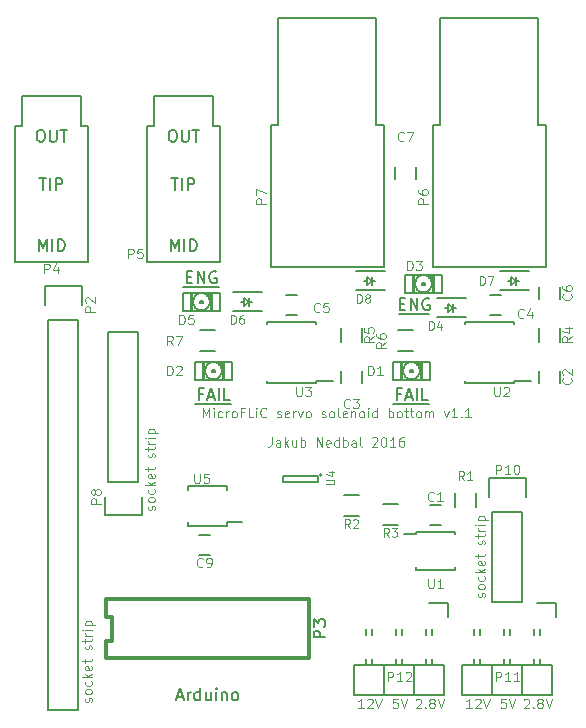
<source format=gto>
G04 #@! TF.FileFunction,Legend,Top*
%FSLAX46Y46*%
G04 Gerber Fmt 4.6, Leading zero omitted, Abs format (unit mm)*
G04 Created by KiCad (PCBNEW 4.0.2-4+6225~38~ubuntu14.04.1-stable) date Fri 18 Mar 2016 19:58:13 GMT*
%MOMM*%
G01*
G04 APERTURE LIST*
%ADD10C,0.100000*%
%ADD11C,0.200000*%
%ADD12C,0.120000*%
%ADD13C,0.150000*%
%ADD14C,0.300000*%
%ADD15C,0.110000*%
G04 APERTURE END LIST*
D10*
D11*
X134620000Y-123698000D02*
X137668000Y-123698000D01*
X116840000Y-113792000D02*
X119888000Y-113792000D01*
X117856000Y-123698000D02*
X120904000Y-123698000D01*
D12*
X118479712Y-124851905D02*
X118479712Y-124051905D01*
X118746379Y-124623333D01*
X119013046Y-124051905D01*
X119013046Y-124851905D01*
X119393998Y-124851905D02*
X119393998Y-124318571D01*
X119393998Y-124051905D02*
X119355903Y-124090000D01*
X119393998Y-124128095D01*
X119432093Y-124090000D01*
X119393998Y-124051905D01*
X119393998Y-124128095D01*
X120117807Y-124813810D02*
X120041617Y-124851905D01*
X119889236Y-124851905D01*
X119813045Y-124813810D01*
X119774950Y-124775714D01*
X119736855Y-124699524D01*
X119736855Y-124470952D01*
X119774950Y-124394762D01*
X119813045Y-124356667D01*
X119889236Y-124318571D01*
X120041617Y-124318571D01*
X120117807Y-124356667D01*
X120460664Y-124851905D02*
X120460664Y-124318571D01*
X120460664Y-124470952D02*
X120498759Y-124394762D01*
X120536855Y-124356667D01*
X120613045Y-124318571D01*
X120689236Y-124318571D01*
X121070188Y-124851905D02*
X120993997Y-124813810D01*
X120955902Y-124775714D01*
X120917807Y-124699524D01*
X120917807Y-124470952D01*
X120955902Y-124394762D01*
X120993997Y-124356667D01*
X121070188Y-124318571D01*
X121184474Y-124318571D01*
X121260664Y-124356667D01*
X121298759Y-124394762D01*
X121336855Y-124470952D01*
X121336855Y-124699524D01*
X121298759Y-124775714D01*
X121260664Y-124813810D01*
X121184474Y-124851905D01*
X121070188Y-124851905D01*
X121946379Y-124432857D02*
X121679712Y-124432857D01*
X121679712Y-124851905D02*
X121679712Y-124051905D01*
X122060665Y-124051905D01*
X122746379Y-124851905D02*
X122365426Y-124851905D01*
X122365426Y-124051905D01*
X123013045Y-124851905D02*
X123013045Y-124318571D01*
X123013045Y-124051905D02*
X122974950Y-124090000D01*
X123013045Y-124128095D01*
X123051140Y-124090000D01*
X123013045Y-124051905D01*
X123013045Y-124128095D01*
X123851140Y-124775714D02*
X123813045Y-124813810D01*
X123698759Y-124851905D01*
X123622569Y-124851905D01*
X123508283Y-124813810D01*
X123432092Y-124737619D01*
X123393997Y-124661429D01*
X123355902Y-124509048D01*
X123355902Y-124394762D01*
X123393997Y-124242381D01*
X123432092Y-124166190D01*
X123508283Y-124090000D01*
X123622569Y-124051905D01*
X123698759Y-124051905D01*
X123813045Y-124090000D01*
X123851140Y-124128095D01*
X124765426Y-124813810D02*
X124841616Y-124851905D01*
X124993997Y-124851905D01*
X125070188Y-124813810D01*
X125108283Y-124737619D01*
X125108283Y-124699524D01*
X125070188Y-124623333D01*
X124993997Y-124585238D01*
X124879712Y-124585238D01*
X124803521Y-124547143D01*
X124765426Y-124470952D01*
X124765426Y-124432857D01*
X124803521Y-124356667D01*
X124879712Y-124318571D01*
X124993997Y-124318571D01*
X125070188Y-124356667D01*
X125755902Y-124813810D02*
X125679712Y-124851905D01*
X125527331Y-124851905D01*
X125451140Y-124813810D01*
X125413045Y-124737619D01*
X125413045Y-124432857D01*
X125451140Y-124356667D01*
X125527331Y-124318571D01*
X125679712Y-124318571D01*
X125755902Y-124356667D01*
X125793997Y-124432857D01*
X125793997Y-124509048D01*
X125413045Y-124585238D01*
X126136854Y-124851905D02*
X126136854Y-124318571D01*
X126136854Y-124470952D02*
X126174949Y-124394762D01*
X126213045Y-124356667D01*
X126289235Y-124318571D01*
X126365426Y-124318571D01*
X126555902Y-124318571D02*
X126746378Y-124851905D01*
X126936854Y-124318571D01*
X127355902Y-124851905D02*
X127279711Y-124813810D01*
X127241616Y-124775714D01*
X127203521Y-124699524D01*
X127203521Y-124470952D01*
X127241616Y-124394762D01*
X127279711Y-124356667D01*
X127355902Y-124318571D01*
X127470188Y-124318571D01*
X127546378Y-124356667D01*
X127584473Y-124394762D01*
X127622569Y-124470952D01*
X127622569Y-124699524D01*
X127584473Y-124775714D01*
X127546378Y-124813810D01*
X127470188Y-124851905D01*
X127355902Y-124851905D01*
X128536855Y-124813810D02*
X128613045Y-124851905D01*
X128765426Y-124851905D01*
X128841617Y-124813810D01*
X128879712Y-124737619D01*
X128879712Y-124699524D01*
X128841617Y-124623333D01*
X128765426Y-124585238D01*
X128651141Y-124585238D01*
X128574950Y-124547143D01*
X128536855Y-124470952D01*
X128536855Y-124432857D01*
X128574950Y-124356667D01*
X128651141Y-124318571D01*
X128765426Y-124318571D01*
X128841617Y-124356667D01*
X129336855Y-124851905D02*
X129260664Y-124813810D01*
X129222569Y-124775714D01*
X129184474Y-124699524D01*
X129184474Y-124470952D01*
X129222569Y-124394762D01*
X129260664Y-124356667D01*
X129336855Y-124318571D01*
X129451141Y-124318571D01*
X129527331Y-124356667D01*
X129565426Y-124394762D01*
X129603522Y-124470952D01*
X129603522Y-124699524D01*
X129565426Y-124775714D01*
X129527331Y-124813810D01*
X129451141Y-124851905D01*
X129336855Y-124851905D01*
X130060665Y-124851905D02*
X129984474Y-124813810D01*
X129946379Y-124737619D01*
X129946379Y-124051905D01*
X130670189Y-124813810D02*
X130593999Y-124851905D01*
X130441618Y-124851905D01*
X130365427Y-124813810D01*
X130327332Y-124737619D01*
X130327332Y-124432857D01*
X130365427Y-124356667D01*
X130441618Y-124318571D01*
X130593999Y-124318571D01*
X130670189Y-124356667D01*
X130708284Y-124432857D01*
X130708284Y-124509048D01*
X130327332Y-124585238D01*
X131051141Y-124318571D02*
X131051141Y-124851905D01*
X131051141Y-124394762D02*
X131089236Y-124356667D01*
X131165427Y-124318571D01*
X131279713Y-124318571D01*
X131355903Y-124356667D01*
X131393998Y-124432857D01*
X131393998Y-124851905D01*
X131889237Y-124851905D02*
X131813046Y-124813810D01*
X131774951Y-124775714D01*
X131736856Y-124699524D01*
X131736856Y-124470952D01*
X131774951Y-124394762D01*
X131813046Y-124356667D01*
X131889237Y-124318571D01*
X132003523Y-124318571D01*
X132079713Y-124356667D01*
X132117808Y-124394762D01*
X132155904Y-124470952D01*
X132155904Y-124699524D01*
X132117808Y-124775714D01*
X132079713Y-124813810D01*
X132003523Y-124851905D01*
X131889237Y-124851905D01*
X132498761Y-124851905D02*
X132498761Y-124318571D01*
X132498761Y-124051905D02*
X132460666Y-124090000D01*
X132498761Y-124128095D01*
X132536856Y-124090000D01*
X132498761Y-124051905D01*
X132498761Y-124128095D01*
X133222570Y-124851905D02*
X133222570Y-124051905D01*
X133222570Y-124813810D02*
X133146380Y-124851905D01*
X132993999Y-124851905D01*
X132917808Y-124813810D01*
X132879713Y-124775714D01*
X132841618Y-124699524D01*
X132841618Y-124470952D01*
X132879713Y-124394762D01*
X132917808Y-124356667D01*
X132993999Y-124318571D01*
X133146380Y-124318571D01*
X133222570Y-124356667D01*
X134213047Y-124851905D02*
X134213047Y-124051905D01*
X134213047Y-124356667D02*
X134289238Y-124318571D01*
X134441619Y-124318571D01*
X134517809Y-124356667D01*
X134555904Y-124394762D01*
X134594000Y-124470952D01*
X134594000Y-124699524D01*
X134555904Y-124775714D01*
X134517809Y-124813810D01*
X134441619Y-124851905D01*
X134289238Y-124851905D01*
X134213047Y-124813810D01*
X135051143Y-124851905D02*
X134974952Y-124813810D01*
X134936857Y-124775714D01*
X134898762Y-124699524D01*
X134898762Y-124470952D01*
X134936857Y-124394762D01*
X134974952Y-124356667D01*
X135051143Y-124318571D01*
X135165429Y-124318571D01*
X135241619Y-124356667D01*
X135279714Y-124394762D01*
X135317810Y-124470952D01*
X135317810Y-124699524D01*
X135279714Y-124775714D01*
X135241619Y-124813810D01*
X135165429Y-124851905D01*
X135051143Y-124851905D01*
X135546381Y-124318571D02*
X135851143Y-124318571D01*
X135660667Y-124051905D02*
X135660667Y-124737619D01*
X135698762Y-124813810D01*
X135774953Y-124851905D01*
X135851143Y-124851905D01*
X136003524Y-124318571D02*
X136308286Y-124318571D01*
X136117810Y-124051905D02*
X136117810Y-124737619D01*
X136155905Y-124813810D01*
X136232096Y-124851905D01*
X136308286Y-124851905D01*
X136689239Y-124851905D02*
X136613048Y-124813810D01*
X136574953Y-124775714D01*
X136536858Y-124699524D01*
X136536858Y-124470952D01*
X136574953Y-124394762D01*
X136613048Y-124356667D01*
X136689239Y-124318571D01*
X136803525Y-124318571D01*
X136879715Y-124356667D01*
X136917810Y-124394762D01*
X136955906Y-124470952D01*
X136955906Y-124699524D01*
X136917810Y-124775714D01*
X136879715Y-124813810D01*
X136803525Y-124851905D01*
X136689239Y-124851905D01*
X137298763Y-124851905D02*
X137298763Y-124318571D01*
X137298763Y-124394762D02*
X137336858Y-124356667D01*
X137413049Y-124318571D01*
X137527335Y-124318571D01*
X137603525Y-124356667D01*
X137641620Y-124432857D01*
X137641620Y-124851905D01*
X137641620Y-124432857D02*
X137679716Y-124356667D01*
X137755906Y-124318571D01*
X137870192Y-124318571D01*
X137946382Y-124356667D01*
X137984477Y-124432857D01*
X137984477Y-124851905D01*
X138898764Y-124318571D02*
X139089240Y-124851905D01*
X139279716Y-124318571D01*
X140003526Y-124851905D02*
X139546383Y-124851905D01*
X139774954Y-124851905D02*
X139774954Y-124051905D01*
X139698764Y-124166190D01*
X139622573Y-124242381D01*
X139546383Y-124280476D01*
X140346383Y-124775714D02*
X140384478Y-124813810D01*
X140346383Y-124851905D01*
X140308288Y-124813810D01*
X140346383Y-124775714D01*
X140346383Y-124851905D01*
X141146383Y-124851905D02*
X140689240Y-124851905D01*
X140917811Y-124851905D02*
X140917811Y-124051905D01*
X140841621Y-124166190D01*
X140765430Y-124242381D01*
X140689240Y-124280476D01*
X124308284Y-126531905D02*
X124308284Y-127103333D01*
X124270188Y-127217619D01*
X124193998Y-127293810D01*
X124079712Y-127331905D01*
X124003522Y-127331905D01*
X125032093Y-127331905D02*
X125032093Y-126912857D01*
X124993998Y-126836667D01*
X124917808Y-126798571D01*
X124765427Y-126798571D01*
X124689236Y-126836667D01*
X125032093Y-127293810D02*
X124955903Y-127331905D01*
X124765427Y-127331905D01*
X124689236Y-127293810D01*
X124651141Y-127217619D01*
X124651141Y-127141429D01*
X124689236Y-127065238D01*
X124765427Y-127027143D01*
X124955903Y-127027143D01*
X125032093Y-126989048D01*
X125413046Y-127331905D02*
X125413046Y-126531905D01*
X125489237Y-127027143D02*
X125717808Y-127331905D01*
X125717808Y-126798571D02*
X125413046Y-127103333D01*
X126403522Y-126798571D02*
X126403522Y-127331905D01*
X126060665Y-126798571D02*
X126060665Y-127217619D01*
X126098760Y-127293810D01*
X126174951Y-127331905D01*
X126289237Y-127331905D01*
X126365427Y-127293810D01*
X126403522Y-127255714D01*
X126784475Y-127331905D02*
X126784475Y-126531905D01*
X126784475Y-126836667D02*
X126860666Y-126798571D01*
X127013047Y-126798571D01*
X127089237Y-126836667D01*
X127127332Y-126874762D01*
X127165428Y-126950952D01*
X127165428Y-127179524D01*
X127127332Y-127255714D01*
X127089237Y-127293810D01*
X127013047Y-127331905D01*
X126860666Y-127331905D01*
X126784475Y-127293810D01*
X128117809Y-127331905D02*
X128117809Y-126531905D01*
X128574952Y-127331905D01*
X128574952Y-126531905D01*
X129260666Y-127293810D02*
X129184476Y-127331905D01*
X129032095Y-127331905D01*
X128955904Y-127293810D01*
X128917809Y-127217619D01*
X128917809Y-126912857D01*
X128955904Y-126836667D01*
X129032095Y-126798571D01*
X129184476Y-126798571D01*
X129260666Y-126836667D01*
X129298761Y-126912857D01*
X129298761Y-126989048D01*
X128917809Y-127065238D01*
X129984475Y-127331905D02*
X129984475Y-126531905D01*
X129984475Y-127293810D02*
X129908285Y-127331905D01*
X129755904Y-127331905D01*
X129679713Y-127293810D01*
X129641618Y-127255714D01*
X129603523Y-127179524D01*
X129603523Y-126950952D01*
X129641618Y-126874762D01*
X129679713Y-126836667D01*
X129755904Y-126798571D01*
X129908285Y-126798571D01*
X129984475Y-126836667D01*
X130365428Y-127331905D02*
X130365428Y-126531905D01*
X130365428Y-126836667D02*
X130441619Y-126798571D01*
X130594000Y-126798571D01*
X130670190Y-126836667D01*
X130708285Y-126874762D01*
X130746381Y-126950952D01*
X130746381Y-127179524D01*
X130708285Y-127255714D01*
X130670190Y-127293810D01*
X130594000Y-127331905D01*
X130441619Y-127331905D01*
X130365428Y-127293810D01*
X131432095Y-127331905D02*
X131432095Y-126912857D01*
X131394000Y-126836667D01*
X131317810Y-126798571D01*
X131165429Y-126798571D01*
X131089238Y-126836667D01*
X131432095Y-127293810D02*
X131355905Y-127331905D01*
X131165429Y-127331905D01*
X131089238Y-127293810D01*
X131051143Y-127217619D01*
X131051143Y-127141429D01*
X131089238Y-127065238D01*
X131165429Y-127027143D01*
X131355905Y-127027143D01*
X131432095Y-126989048D01*
X131927334Y-127331905D02*
X131851143Y-127293810D01*
X131813048Y-127217619D01*
X131813048Y-126531905D01*
X132803525Y-126608095D02*
X132841620Y-126570000D01*
X132917811Y-126531905D01*
X133108287Y-126531905D01*
X133184477Y-126570000D01*
X133222573Y-126608095D01*
X133260668Y-126684286D01*
X133260668Y-126760476D01*
X133222573Y-126874762D01*
X132765430Y-127331905D01*
X133260668Y-127331905D01*
X133755906Y-126531905D02*
X133832097Y-126531905D01*
X133908287Y-126570000D01*
X133946382Y-126608095D01*
X133984478Y-126684286D01*
X134022573Y-126836667D01*
X134022573Y-127027143D01*
X133984478Y-127179524D01*
X133946382Y-127255714D01*
X133908287Y-127293810D01*
X133832097Y-127331905D01*
X133755906Y-127331905D01*
X133679716Y-127293810D01*
X133641620Y-127255714D01*
X133603525Y-127179524D01*
X133565430Y-127027143D01*
X133565430Y-126836667D01*
X133603525Y-126684286D01*
X133641620Y-126608095D01*
X133679716Y-126570000D01*
X133755906Y-126531905D01*
X134784478Y-127331905D02*
X134327335Y-127331905D01*
X134555906Y-127331905D02*
X134555906Y-126531905D01*
X134479716Y-126646190D01*
X134403525Y-126722381D01*
X134327335Y-126760476D01*
X135470192Y-126531905D02*
X135317811Y-126531905D01*
X135241621Y-126570000D01*
X135203526Y-126608095D01*
X135127335Y-126722381D01*
X135089240Y-126874762D01*
X135089240Y-127179524D01*
X135127335Y-127255714D01*
X135165430Y-127293810D01*
X135241621Y-127331905D01*
X135394002Y-127331905D01*
X135470192Y-127293810D01*
X135508288Y-127255714D01*
X135546383Y-127179524D01*
X135546383Y-126989048D01*
X135508288Y-126912857D01*
X135470192Y-126874762D01*
X135394002Y-126836667D01*
X135241621Y-126836667D01*
X135165430Y-126874762D01*
X135127335Y-126912857D01*
X135089240Y-126989048D01*
X142309810Y-140055619D02*
X142347905Y-139979429D01*
X142347905Y-139827048D01*
X142309810Y-139750857D01*
X142233619Y-139712762D01*
X142195524Y-139712762D01*
X142119333Y-139750857D01*
X142081238Y-139827048D01*
X142081238Y-139941333D01*
X142043143Y-140017524D01*
X141966952Y-140055619D01*
X141928857Y-140055619D01*
X141852667Y-140017524D01*
X141814571Y-139941333D01*
X141814571Y-139827048D01*
X141852667Y-139750857D01*
X142347905Y-139255619D02*
X142309810Y-139331810D01*
X142271714Y-139369905D01*
X142195524Y-139408000D01*
X141966952Y-139408000D01*
X141890762Y-139369905D01*
X141852667Y-139331810D01*
X141814571Y-139255619D01*
X141814571Y-139141333D01*
X141852667Y-139065143D01*
X141890762Y-139027048D01*
X141966952Y-138988952D01*
X142195524Y-138988952D01*
X142271714Y-139027048D01*
X142309810Y-139065143D01*
X142347905Y-139141333D01*
X142347905Y-139255619D01*
X142309810Y-138303238D02*
X142347905Y-138379428D01*
X142347905Y-138531809D01*
X142309810Y-138608000D01*
X142271714Y-138646095D01*
X142195524Y-138684190D01*
X141966952Y-138684190D01*
X141890762Y-138646095D01*
X141852667Y-138608000D01*
X141814571Y-138531809D01*
X141814571Y-138379428D01*
X141852667Y-138303238D01*
X142347905Y-137960381D02*
X141547905Y-137960381D01*
X142043143Y-137884190D02*
X142347905Y-137655619D01*
X141814571Y-137655619D02*
X142119333Y-137960381D01*
X142309810Y-137008000D02*
X142347905Y-137084190D01*
X142347905Y-137236571D01*
X142309810Y-137312762D01*
X142233619Y-137350857D01*
X141928857Y-137350857D01*
X141852667Y-137312762D01*
X141814571Y-137236571D01*
X141814571Y-137084190D01*
X141852667Y-137008000D01*
X141928857Y-136969905D01*
X142005048Y-136969905D01*
X142081238Y-137350857D01*
X141814571Y-136741334D02*
X141814571Y-136436572D01*
X141547905Y-136627048D02*
X142233619Y-136627048D01*
X142309810Y-136588953D01*
X142347905Y-136512762D01*
X142347905Y-136436572D01*
X142309810Y-135598476D02*
X142347905Y-135522286D01*
X142347905Y-135369905D01*
X142309810Y-135293714D01*
X142233619Y-135255619D01*
X142195524Y-135255619D01*
X142119333Y-135293714D01*
X142081238Y-135369905D01*
X142081238Y-135484190D01*
X142043143Y-135560381D01*
X141966952Y-135598476D01*
X141928857Y-135598476D01*
X141852667Y-135560381D01*
X141814571Y-135484190D01*
X141814571Y-135369905D01*
X141852667Y-135293714D01*
X141814571Y-135027048D02*
X141814571Y-134722286D01*
X141547905Y-134912762D02*
X142233619Y-134912762D01*
X142309810Y-134874667D01*
X142347905Y-134798476D01*
X142347905Y-134722286D01*
X142347905Y-134455619D02*
X141814571Y-134455619D01*
X141966952Y-134455619D02*
X141890762Y-134417524D01*
X141852667Y-134379428D01*
X141814571Y-134303238D01*
X141814571Y-134227047D01*
X142347905Y-133960381D02*
X141814571Y-133960381D01*
X141547905Y-133960381D02*
X141586000Y-133998476D01*
X141624095Y-133960381D01*
X141586000Y-133922286D01*
X141547905Y-133960381D01*
X141624095Y-133960381D01*
X141814571Y-133579429D02*
X142614571Y-133579429D01*
X141852667Y-133579429D02*
X141814571Y-133503238D01*
X141814571Y-133350857D01*
X141852667Y-133274667D01*
X141890762Y-133236572D01*
X141966952Y-133198476D01*
X142195524Y-133198476D01*
X142271714Y-133236572D01*
X142309810Y-133274667D01*
X142347905Y-133350857D01*
X142347905Y-133503238D01*
X142309810Y-133579429D01*
D13*
X116276762Y-148502667D02*
X116752953Y-148502667D01*
X116181524Y-148788381D02*
X116514857Y-147788381D01*
X116848191Y-148788381D01*
X117181524Y-148788381D02*
X117181524Y-148121714D01*
X117181524Y-148312190D02*
X117229143Y-148216952D01*
X117276762Y-148169333D01*
X117372000Y-148121714D01*
X117467239Y-148121714D01*
X118229144Y-148788381D02*
X118229144Y-147788381D01*
X118229144Y-148740762D02*
X118133906Y-148788381D01*
X117943429Y-148788381D01*
X117848191Y-148740762D01*
X117800572Y-148693143D01*
X117752953Y-148597905D01*
X117752953Y-148312190D01*
X117800572Y-148216952D01*
X117848191Y-148169333D01*
X117943429Y-148121714D01*
X118133906Y-148121714D01*
X118229144Y-148169333D01*
X119133906Y-148121714D02*
X119133906Y-148788381D01*
X118705334Y-148121714D02*
X118705334Y-148645524D01*
X118752953Y-148740762D01*
X118848191Y-148788381D01*
X118991049Y-148788381D01*
X119086287Y-148740762D01*
X119133906Y-148693143D01*
X119610096Y-148788381D02*
X119610096Y-148121714D01*
X119610096Y-147788381D02*
X119562477Y-147836000D01*
X119610096Y-147883619D01*
X119657715Y-147836000D01*
X119610096Y-147788381D01*
X119610096Y-147883619D01*
X120086286Y-148121714D02*
X120086286Y-148788381D01*
X120086286Y-148216952D02*
X120133905Y-148169333D01*
X120229143Y-148121714D01*
X120372001Y-148121714D01*
X120467239Y-148169333D01*
X120514858Y-148264571D01*
X120514858Y-148788381D01*
X121133905Y-148788381D02*
X121038667Y-148740762D01*
X120991048Y-148693143D01*
X120943429Y-148597905D01*
X120943429Y-148312190D01*
X120991048Y-148216952D01*
X121038667Y-148169333D01*
X121133905Y-148121714D01*
X121276763Y-148121714D01*
X121372001Y-148169333D01*
X121419620Y-148216952D01*
X121467239Y-148312190D01*
X121467239Y-148597905D01*
X121419620Y-148693143D01*
X121372001Y-148740762D01*
X121276763Y-148788381D01*
X121133905Y-148788381D01*
D12*
X109035810Y-148945619D02*
X109073905Y-148869429D01*
X109073905Y-148717048D01*
X109035810Y-148640857D01*
X108959619Y-148602762D01*
X108921524Y-148602762D01*
X108845333Y-148640857D01*
X108807238Y-148717048D01*
X108807238Y-148831333D01*
X108769143Y-148907524D01*
X108692952Y-148945619D01*
X108654857Y-148945619D01*
X108578667Y-148907524D01*
X108540571Y-148831333D01*
X108540571Y-148717048D01*
X108578667Y-148640857D01*
X109073905Y-148145619D02*
X109035810Y-148221810D01*
X108997714Y-148259905D01*
X108921524Y-148298000D01*
X108692952Y-148298000D01*
X108616762Y-148259905D01*
X108578667Y-148221810D01*
X108540571Y-148145619D01*
X108540571Y-148031333D01*
X108578667Y-147955143D01*
X108616762Y-147917048D01*
X108692952Y-147878952D01*
X108921524Y-147878952D01*
X108997714Y-147917048D01*
X109035810Y-147955143D01*
X109073905Y-148031333D01*
X109073905Y-148145619D01*
X109035810Y-147193238D02*
X109073905Y-147269428D01*
X109073905Y-147421809D01*
X109035810Y-147498000D01*
X108997714Y-147536095D01*
X108921524Y-147574190D01*
X108692952Y-147574190D01*
X108616762Y-147536095D01*
X108578667Y-147498000D01*
X108540571Y-147421809D01*
X108540571Y-147269428D01*
X108578667Y-147193238D01*
X109073905Y-146850381D02*
X108273905Y-146850381D01*
X108769143Y-146774190D02*
X109073905Y-146545619D01*
X108540571Y-146545619D02*
X108845333Y-146850381D01*
X109035810Y-145898000D02*
X109073905Y-145974190D01*
X109073905Y-146126571D01*
X109035810Y-146202762D01*
X108959619Y-146240857D01*
X108654857Y-146240857D01*
X108578667Y-146202762D01*
X108540571Y-146126571D01*
X108540571Y-145974190D01*
X108578667Y-145898000D01*
X108654857Y-145859905D01*
X108731048Y-145859905D01*
X108807238Y-146240857D01*
X108540571Y-145631334D02*
X108540571Y-145326572D01*
X108273905Y-145517048D02*
X108959619Y-145517048D01*
X109035810Y-145478953D01*
X109073905Y-145402762D01*
X109073905Y-145326572D01*
X109035810Y-144488476D02*
X109073905Y-144412286D01*
X109073905Y-144259905D01*
X109035810Y-144183714D01*
X108959619Y-144145619D01*
X108921524Y-144145619D01*
X108845333Y-144183714D01*
X108807238Y-144259905D01*
X108807238Y-144374190D01*
X108769143Y-144450381D01*
X108692952Y-144488476D01*
X108654857Y-144488476D01*
X108578667Y-144450381D01*
X108540571Y-144374190D01*
X108540571Y-144259905D01*
X108578667Y-144183714D01*
X108540571Y-143917048D02*
X108540571Y-143612286D01*
X108273905Y-143802762D02*
X108959619Y-143802762D01*
X109035810Y-143764667D01*
X109073905Y-143688476D01*
X109073905Y-143612286D01*
X109073905Y-143345619D02*
X108540571Y-143345619D01*
X108692952Y-143345619D02*
X108616762Y-143307524D01*
X108578667Y-143269428D01*
X108540571Y-143193238D01*
X108540571Y-143117047D01*
X109073905Y-142850381D02*
X108540571Y-142850381D01*
X108273905Y-142850381D02*
X108312000Y-142888476D01*
X108350095Y-142850381D01*
X108312000Y-142812286D01*
X108273905Y-142850381D01*
X108350095Y-142850381D01*
X108540571Y-142469429D02*
X109340571Y-142469429D01*
X108578667Y-142469429D02*
X108540571Y-142393238D01*
X108540571Y-142240857D01*
X108578667Y-142164667D01*
X108616762Y-142126572D01*
X108692952Y-142088476D01*
X108921524Y-142088476D01*
X108997714Y-142126572D01*
X109035810Y-142164667D01*
X109073905Y-142240857D01*
X109073905Y-142393238D01*
X109035810Y-142469429D01*
X114369810Y-132689619D02*
X114407905Y-132613429D01*
X114407905Y-132461048D01*
X114369810Y-132384857D01*
X114293619Y-132346762D01*
X114255524Y-132346762D01*
X114179333Y-132384857D01*
X114141238Y-132461048D01*
X114141238Y-132575333D01*
X114103143Y-132651524D01*
X114026952Y-132689619D01*
X113988857Y-132689619D01*
X113912667Y-132651524D01*
X113874571Y-132575333D01*
X113874571Y-132461048D01*
X113912667Y-132384857D01*
X114407905Y-131889619D02*
X114369810Y-131965810D01*
X114331714Y-132003905D01*
X114255524Y-132042000D01*
X114026952Y-132042000D01*
X113950762Y-132003905D01*
X113912667Y-131965810D01*
X113874571Y-131889619D01*
X113874571Y-131775333D01*
X113912667Y-131699143D01*
X113950762Y-131661048D01*
X114026952Y-131622952D01*
X114255524Y-131622952D01*
X114331714Y-131661048D01*
X114369810Y-131699143D01*
X114407905Y-131775333D01*
X114407905Y-131889619D01*
X114369810Y-130937238D02*
X114407905Y-131013428D01*
X114407905Y-131165809D01*
X114369810Y-131242000D01*
X114331714Y-131280095D01*
X114255524Y-131318190D01*
X114026952Y-131318190D01*
X113950762Y-131280095D01*
X113912667Y-131242000D01*
X113874571Y-131165809D01*
X113874571Y-131013428D01*
X113912667Y-130937238D01*
X114407905Y-130594381D02*
X113607905Y-130594381D01*
X114103143Y-130518190D02*
X114407905Y-130289619D01*
X113874571Y-130289619D02*
X114179333Y-130594381D01*
X114369810Y-129642000D02*
X114407905Y-129718190D01*
X114407905Y-129870571D01*
X114369810Y-129946762D01*
X114293619Y-129984857D01*
X113988857Y-129984857D01*
X113912667Y-129946762D01*
X113874571Y-129870571D01*
X113874571Y-129718190D01*
X113912667Y-129642000D01*
X113988857Y-129603905D01*
X114065048Y-129603905D01*
X114141238Y-129984857D01*
X113874571Y-129375334D02*
X113874571Y-129070572D01*
X113607905Y-129261048D02*
X114293619Y-129261048D01*
X114369810Y-129222953D01*
X114407905Y-129146762D01*
X114407905Y-129070572D01*
X114369810Y-128232476D02*
X114407905Y-128156286D01*
X114407905Y-128003905D01*
X114369810Y-127927714D01*
X114293619Y-127889619D01*
X114255524Y-127889619D01*
X114179333Y-127927714D01*
X114141238Y-128003905D01*
X114141238Y-128118190D01*
X114103143Y-128194381D01*
X114026952Y-128232476D01*
X113988857Y-128232476D01*
X113912667Y-128194381D01*
X113874571Y-128118190D01*
X113874571Y-128003905D01*
X113912667Y-127927714D01*
X113874571Y-127661048D02*
X113874571Y-127356286D01*
X113607905Y-127546762D02*
X114293619Y-127546762D01*
X114369810Y-127508667D01*
X114407905Y-127432476D01*
X114407905Y-127356286D01*
X114407905Y-127089619D02*
X113874571Y-127089619D01*
X114026952Y-127089619D02*
X113950762Y-127051524D01*
X113912667Y-127013428D01*
X113874571Y-126937238D01*
X113874571Y-126861047D01*
X114407905Y-126594381D02*
X113874571Y-126594381D01*
X113607905Y-126594381D02*
X113646000Y-126632476D01*
X113684095Y-126594381D01*
X113646000Y-126556286D01*
X113607905Y-126594381D01*
X113684095Y-126594381D01*
X113874571Y-126213429D02*
X114674571Y-126213429D01*
X113912667Y-126213429D02*
X113874571Y-126137238D01*
X113874571Y-125984857D01*
X113912667Y-125908667D01*
X113950762Y-125870572D01*
X114026952Y-125832476D01*
X114255524Y-125832476D01*
X114331714Y-125870572D01*
X114369810Y-125908667D01*
X114407905Y-125984857D01*
X114407905Y-126137238D01*
X114369810Y-126213429D01*
X141236762Y-149459905D02*
X140779619Y-149459905D01*
X141008190Y-149459905D02*
X141008190Y-148659905D01*
X140932000Y-148774190D01*
X140855809Y-148850381D01*
X140779619Y-148888476D01*
X141541524Y-148736095D02*
X141579619Y-148698000D01*
X141655810Y-148659905D01*
X141846286Y-148659905D01*
X141922476Y-148698000D01*
X141960572Y-148736095D01*
X141998667Y-148812286D01*
X141998667Y-148888476D01*
X141960572Y-149002762D01*
X141503429Y-149459905D01*
X141998667Y-149459905D01*
X142227238Y-148659905D02*
X142493905Y-149459905D01*
X142760572Y-148659905D01*
X144119620Y-148659905D02*
X143738667Y-148659905D01*
X143700572Y-149040857D01*
X143738667Y-149002762D01*
X143814858Y-148964667D01*
X144005334Y-148964667D01*
X144081524Y-149002762D01*
X144119620Y-149040857D01*
X144157715Y-149117048D01*
X144157715Y-149307524D01*
X144119620Y-149383714D01*
X144081524Y-149421810D01*
X144005334Y-149459905D01*
X143814858Y-149459905D01*
X143738667Y-149421810D01*
X143700572Y-149383714D01*
X144386286Y-148659905D02*
X144652953Y-149459905D01*
X144919620Y-148659905D01*
X145669143Y-148736095D02*
X145707238Y-148698000D01*
X145783429Y-148659905D01*
X145973905Y-148659905D01*
X146050095Y-148698000D01*
X146088191Y-148736095D01*
X146126286Y-148812286D01*
X146126286Y-148888476D01*
X146088191Y-149002762D01*
X145631048Y-149459905D01*
X146126286Y-149459905D01*
X146469143Y-149383714D02*
X146507238Y-149421810D01*
X146469143Y-149459905D01*
X146431048Y-149421810D01*
X146469143Y-149383714D01*
X146469143Y-149459905D01*
X146964381Y-149002762D02*
X146888190Y-148964667D01*
X146850095Y-148926571D01*
X146812000Y-148850381D01*
X146812000Y-148812286D01*
X146850095Y-148736095D01*
X146888190Y-148698000D01*
X146964381Y-148659905D01*
X147116762Y-148659905D01*
X147192952Y-148698000D01*
X147231048Y-148736095D01*
X147269143Y-148812286D01*
X147269143Y-148850381D01*
X147231048Y-148926571D01*
X147192952Y-148964667D01*
X147116762Y-149002762D01*
X146964381Y-149002762D01*
X146888190Y-149040857D01*
X146850095Y-149078952D01*
X146812000Y-149155143D01*
X146812000Y-149307524D01*
X146850095Y-149383714D01*
X146888190Y-149421810D01*
X146964381Y-149459905D01*
X147116762Y-149459905D01*
X147192952Y-149421810D01*
X147231048Y-149383714D01*
X147269143Y-149307524D01*
X147269143Y-149155143D01*
X147231048Y-149078952D01*
X147192952Y-149040857D01*
X147116762Y-149002762D01*
X147497714Y-148659905D02*
X147764381Y-149459905D01*
X148031048Y-148659905D01*
X136525143Y-148736095D02*
X136563238Y-148698000D01*
X136639429Y-148659905D01*
X136829905Y-148659905D01*
X136906095Y-148698000D01*
X136944191Y-148736095D01*
X136982286Y-148812286D01*
X136982286Y-148888476D01*
X136944191Y-149002762D01*
X136487048Y-149459905D01*
X136982286Y-149459905D01*
X137325143Y-149383714D02*
X137363238Y-149421810D01*
X137325143Y-149459905D01*
X137287048Y-149421810D01*
X137325143Y-149383714D01*
X137325143Y-149459905D01*
X137820381Y-149002762D02*
X137744190Y-148964667D01*
X137706095Y-148926571D01*
X137668000Y-148850381D01*
X137668000Y-148812286D01*
X137706095Y-148736095D01*
X137744190Y-148698000D01*
X137820381Y-148659905D01*
X137972762Y-148659905D01*
X138048952Y-148698000D01*
X138087048Y-148736095D01*
X138125143Y-148812286D01*
X138125143Y-148850381D01*
X138087048Y-148926571D01*
X138048952Y-148964667D01*
X137972762Y-149002762D01*
X137820381Y-149002762D01*
X137744190Y-149040857D01*
X137706095Y-149078952D01*
X137668000Y-149155143D01*
X137668000Y-149307524D01*
X137706095Y-149383714D01*
X137744190Y-149421810D01*
X137820381Y-149459905D01*
X137972762Y-149459905D01*
X138048952Y-149421810D01*
X138087048Y-149383714D01*
X138125143Y-149307524D01*
X138125143Y-149155143D01*
X138087048Y-149078952D01*
X138048952Y-149040857D01*
X137972762Y-149002762D01*
X138353714Y-148659905D02*
X138620381Y-149459905D01*
X138887048Y-148659905D01*
X134975620Y-148659905D02*
X134594667Y-148659905D01*
X134556572Y-149040857D01*
X134594667Y-149002762D01*
X134670858Y-148964667D01*
X134861334Y-148964667D01*
X134937524Y-149002762D01*
X134975620Y-149040857D01*
X135013715Y-149117048D01*
X135013715Y-149307524D01*
X134975620Y-149383714D01*
X134937524Y-149421810D01*
X134861334Y-149459905D01*
X134670858Y-149459905D01*
X134594667Y-149421810D01*
X134556572Y-149383714D01*
X135242286Y-148659905D02*
X135508953Y-149459905D01*
X135775620Y-148659905D01*
X132092762Y-149459905D02*
X131635619Y-149459905D01*
X131864190Y-149459905D02*
X131864190Y-148659905D01*
X131788000Y-148774190D01*
X131711809Y-148850381D01*
X131635619Y-148888476D01*
X132397524Y-148736095D02*
X132435619Y-148698000D01*
X132511810Y-148659905D01*
X132702286Y-148659905D01*
X132778476Y-148698000D01*
X132816572Y-148736095D01*
X132854667Y-148812286D01*
X132854667Y-148888476D01*
X132816572Y-149002762D01*
X132359429Y-149459905D01*
X132854667Y-149459905D01*
X133083238Y-148659905D02*
X133349905Y-149459905D01*
X133616572Y-148659905D01*
D11*
X135128000Y-116078000D02*
X137668000Y-116078000D01*
D13*
X135159905Y-115244571D02*
X135493239Y-115244571D01*
X135636096Y-115768381D02*
X135159905Y-115768381D01*
X135159905Y-114768381D01*
X135636096Y-114768381D01*
X136064667Y-115768381D02*
X136064667Y-114768381D01*
X136636096Y-115768381D01*
X136636096Y-114768381D01*
X137636096Y-114816000D02*
X137540858Y-114768381D01*
X137398001Y-114768381D01*
X137255143Y-114816000D01*
X137159905Y-114911238D01*
X137112286Y-115006476D01*
X137064667Y-115196952D01*
X137064667Y-115339810D01*
X137112286Y-115530286D01*
X137159905Y-115625524D01*
X137255143Y-115720762D01*
X137398001Y-115768381D01*
X137493239Y-115768381D01*
X137636096Y-115720762D01*
X137683715Y-115673143D01*
X137683715Y-115339810D01*
X137493239Y-115339810D01*
X135215429Y-122864571D02*
X134882095Y-122864571D01*
X134882095Y-123388381D02*
X134882095Y-122388381D01*
X135358286Y-122388381D01*
X135691619Y-123102667D02*
X136167810Y-123102667D01*
X135596381Y-123388381D02*
X135929714Y-122388381D01*
X136263048Y-123388381D01*
X136596381Y-123388381D02*
X136596381Y-122388381D01*
X137548762Y-123388381D02*
X137072571Y-123388381D01*
X137072571Y-122388381D01*
X117125905Y-112958571D02*
X117459239Y-112958571D01*
X117602096Y-113482381D02*
X117125905Y-113482381D01*
X117125905Y-112482381D01*
X117602096Y-112482381D01*
X118030667Y-113482381D02*
X118030667Y-112482381D01*
X118602096Y-113482381D01*
X118602096Y-112482381D01*
X119602096Y-112530000D02*
X119506858Y-112482381D01*
X119364001Y-112482381D01*
X119221143Y-112530000D01*
X119125905Y-112625238D01*
X119078286Y-112720476D01*
X119030667Y-112910952D01*
X119030667Y-113053810D01*
X119078286Y-113244286D01*
X119125905Y-113339524D01*
X119221143Y-113434762D01*
X119364001Y-113482381D01*
X119459239Y-113482381D01*
X119602096Y-113434762D01*
X119649715Y-113387143D01*
X119649715Y-113053810D01*
X119459239Y-113053810D01*
X118451429Y-122864571D02*
X118118095Y-122864571D01*
X118118095Y-123388381D02*
X118118095Y-122388381D01*
X118594286Y-122388381D01*
X118927619Y-123102667D02*
X119403810Y-123102667D01*
X118832381Y-123388381D02*
X119165714Y-122388381D01*
X119499048Y-123388381D01*
X119832381Y-123388381D02*
X119832381Y-122388381D01*
X120784762Y-123388381D02*
X120308571Y-123388381D01*
X120308571Y-122388381D01*
X137060940Y-113438940D02*
X137259060Y-113438940D01*
X137259060Y-113438940D02*
X137259060Y-113637060D01*
X137060940Y-113637060D02*
X137259060Y-113637060D01*
X137060940Y-113438940D02*
X137060940Y-113637060D01*
X137609580Y-112839500D02*
X137957560Y-112839500D01*
X137957560Y-112839500D02*
X137957560Y-113088420D01*
X137609580Y-113088420D02*
X137957560Y-113088420D01*
X137609580Y-112839500D02*
X137609580Y-113088420D01*
X137957560Y-112839500D02*
X138059160Y-112839500D01*
X138059160Y-112839500D02*
X138059160Y-114035840D01*
X137957560Y-114035840D02*
X138059160Y-114035840D01*
X137957560Y-112839500D02*
X137957560Y-114035840D01*
X137957560Y-114086640D02*
X138059160Y-114086640D01*
X138059160Y-114086640D02*
X138059160Y-114236500D01*
X137957560Y-114236500D02*
X138059160Y-114236500D01*
X137957560Y-114086640D02*
X137957560Y-114236500D01*
X136260840Y-112839500D02*
X136362440Y-112839500D01*
X136362440Y-112839500D02*
X136362440Y-114035840D01*
X136260840Y-114035840D02*
X136362440Y-114035840D01*
X136260840Y-112839500D02*
X136260840Y-114035840D01*
X136260840Y-114086640D02*
X136362440Y-114086640D01*
X136362440Y-114086640D02*
X136362440Y-114236500D01*
X136260840Y-114236500D02*
X136362440Y-114236500D01*
X136260840Y-114086640D02*
X136260840Y-114236500D01*
X137609580Y-112839500D02*
X137759440Y-112839500D01*
X137759440Y-112839500D02*
X137759440Y-113088420D01*
X137609580Y-113088420D02*
X137759440Y-113088420D01*
X137609580Y-112839500D02*
X137609580Y-113088420D01*
X138709400Y-112788700D02*
X135610600Y-112788700D01*
X135610600Y-112788700D02*
X135610600Y-114287300D01*
X135610600Y-114287300D02*
X138709400Y-114287300D01*
X138709400Y-114287300D02*
X138709400Y-112788700D01*
X136612738Y-113038646D02*
G75*
G02X137708640Y-113040160I547262J-499354D01*
G01*
X136611867Y-114036398D02*
G75*
G02X136611360Y-113040160I548133J498398D01*
G01*
X137707262Y-114037354D02*
G75*
G02X136611360Y-114035840I-547262J499354D01*
G01*
X137708133Y-113039602D02*
G75*
G02X137708640Y-114035840I-548133J-498398D01*
G01*
X118264940Y-114962940D02*
X118463060Y-114962940D01*
X118463060Y-114962940D02*
X118463060Y-115161060D01*
X118264940Y-115161060D02*
X118463060Y-115161060D01*
X118264940Y-114962940D02*
X118264940Y-115161060D01*
X118813580Y-114363500D02*
X119161560Y-114363500D01*
X119161560Y-114363500D02*
X119161560Y-114612420D01*
X118813580Y-114612420D02*
X119161560Y-114612420D01*
X118813580Y-114363500D02*
X118813580Y-114612420D01*
X119161560Y-114363500D02*
X119263160Y-114363500D01*
X119263160Y-114363500D02*
X119263160Y-115559840D01*
X119161560Y-115559840D02*
X119263160Y-115559840D01*
X119161560Y-114363500D02*
X119161560Y-115559840D01*
X119161560Y-115610640D02*
X119263160Y-115610640D01*
X119263160Y-115610640D02*
X119263160Y-115760500D01*
X119161560Y-115760500D02*
X119263160Y-115760500D01*
X119161560Y-115610640D02*
X119161560Y-115760500D01*
X117464840Y-114363500D02*
X117566440Y-114363500D01*
X117566440Y-114363500D02*
X117566440Y-115559840D01*
X117464840Y-115559840D02*
X117566440Y-115559840D01*
X117464840Y-114363500D02*
X117464840Y-115559840D01*
X117464840Y-115610640D02*
X117566440Y-115610640D01*
X117566440Y-115610640D02*
X117566440Y-115760500D01*
X117464840Y-115760500D02*
X117566440Y-115760500D01*
X117464840Y-115610640D02*
X117464840Y-115760500D01*
X118813580Y-114363500D02*
X118963440Y-114363500D01*
X118963440Y-114363500D02*
X118963440Y-114612420D01*
X118813580Y-114612420D02*
X118963440Y-114612420D01*
X118813580Y-114363500D02*
X118813580Y-114612420D01*
X119913400Y-114312700D02*
X116814600Y-114312700D01*
X116814600Y-114312700D02*
X116814600Y-115811300D01*
X116814600Y-115811300D02*
X119913400Y-115811300D01*
X119913400Y-115811300D02*
X119913400Y-114312700D01*
X117816738Y-114562646D02*
G75*
G02X118912640Y-114564160I547262J-499354D01*
G01*
X117815867Y-115560398D02*
G75*
G02X117815360Y-114564160I548133J498398D01*
G01*
X118911262Y-115561354D02*
G75*
G02X117815360Y-115559840I-547262J499354D01*
G01*
X118912133Y-114563602D02*
G75*
G02X118912640Y-115559840I-548133J-498398D01*
G01*
X119280940Y-120804940D02*
X119479060Y-120804940D01*
X119479060Y-120804940D02*
X119479060Y-121003060D01*
X119280940Y-121003060D02*
X119479060Y-121003060D01*
X119280940Y-120804940D02*
X119280940Y-121003060D01*
X119829580Y-120205500D02*
X120177560Y-120205500D01*
X120177560Y-120205500D02*
X120177560Y-120454420D01*
X119829580Y-120454420D02*
X120177560Y-120454420D01*
X119829580Y-120205500D02*
X119829580Y-120454420D01*
X120177560Y-120205500D02*
X120279160Y-120205500D01*
X120279160Y-120205500D02*
X120279160Y-121401840D01*
X120177560Y-121401840D02*
X120279160Y-121401840D01*
X120177560Y-120205500D02*
X120177560Y-121401840D01*
X120177560Y-121452640D02*
X120279160Y-121452640D01*
X120279160Y-121452640D02*
X120279160Y-121602500D01*
X120177560Y-121602500D02*
X120279160Y-121602500D01*
X120177560Y-121452640D02*
X120177560Y-121602500D01*
X118480840Y-120205500D02*
X118582440Y-120205500D01*
X118582440Y-120205500D02*
X118582440Y-121401840D01*
X118480840Y-121401840D02*
X118582440Y-121401840D01*
X118480840Y-120205500D02*
X118480840Y-121401840D01*
X118480840Y-121452640D02*
X118582440Y-121452640D01*
X118582440Y-121452640D02*
X118582440Y-121602500D01*
X118480840Y-121602500D02*
X118582440Y-121602500D01*
X118480840Y-121452640D02*
X118480840Y-121602500D01*
X119829580Y-120205500D02*
X119979440Y-120205500D01*
X119979440Y-120205500D02*
X119979440Y-120454420D01*
X119829580Y-120454420D02*
X119979440Y-120454420D01*
X119829580Y-120205500D02*
X119829580Y-120454420D01*
X120929400Y-120154700D02*
X117830600Y-120154700D01*
X117830600Y-120154700D02*
X117830600Y-121653300D01*
X117830600Y-121653300D02*
X120929400Y-121653300D01*
X120929400Y-121653300D02*
X120929400Y-120154700D01*
X118832738Y-120404646D02*
G75*
G02X119928640Y-120406160I547262J-499354D01*
G01*
X118831867Y-121402398D02*
G75*
G02X118831360Y-120406160I548133J498398D01*
G01*
X119927262Y-121403354D02*
G75*
G02X118831360Y-121401840I-547262J499354D01*
G01*
X119928133Y-120405602D02*
G75*
G02X119928640Y-121401840I-548133J-498398D01*
G01*
X136044940Y-120804940D02*
X136243060Y-120804940D01*
X136243060Y-120804940D02*
X136243060Y-121003060D01*
X136044940Y-121003060D02*
X136243060Y-121003060D01*
X136044940Y-120804940D02*
X136044940Y-121003060D01*
X136593580Y-120205500D02*
X136941560Y-120205500D01*
X136941560Y-120205500D02*
X136941560Y-120454420D01*
X136593580Y-120454420D02*
X136941560Y-120454420D01*
X136593580Y-120205500D02*
X136593580Y-120454420D01*
X136941560Y-120205500D02*
X137043160Y-120205500D01*
X137043160Y-120205500D02*
X137043160Y-121401840D01*
X136941560Y-121401840D02*
X137043160Y-121401840D01*
X136941560Y-120205500D02*
X136941560Y-121401840D01*
X136941560Y-121452640D02*
X137043160Y-121452640D01*
X137043160Y-121452640D02*
X137043160Y-121602500D01*
X136941560Y-121602500D02*
X137043160Y-121602500D01*
X136941560Y-121452640D02*
X136941560Y-121602500D01*
X135244840Y-120205500D02*
X135346440Y-120205500D01*
X135346440Y-120205500D02*
X135346440Y-121401840D01*
X135244840Y-121401840D02*
X135346440Y-121401840D01*
X135244840Y-120205500D02*
X135244840Y-121401840D01*
X135244840Y-121452640D02*
X135346440Y-121452640D01*
X135346440Y-121452640D02*
X135346440Y-121602500D01*
X135244840Y-121602500D02*
X135346440Y-121602500D01*
X135244840Y-121452640D02*
X135244840Y-121602500D01*
X136593580Y-120205500D02*
X136743440Y-120205500D01*
X136743440Y-120205500D02*
X136743440Y-120454420D01*
X136593580Y-120454420D02*
X136743440Y-120454420D01*
X136593580Y-120205500D02*
X136593580Y-120454420D01*
X137693400Y-120154700D02*
X134594600Y-120154700D01*
X134594600Y-120154700D02*
X134594600Y-121653300D01*
X134594600Y-121653300D02*
X137693400Y-121653300D01*
X137693400Y-121653300D02*
X137693400Y-120154700D01*
X135596738Y-120404646D02*
G75*
G02X136692640Y-120406160I547262J-499354D01*
G01*
X135595867Y-121402398D02*
G75*
G02X135595360Y-120406160I548133J498398D01*
G01*
X136691262Y-121403354D02*
G75*
G02X135595360Y-121401840I-547262J499354D01*
G01*
X136692133Y-120405602D02*
G75*
G02X136692640Y-121401840I-548133J-498398D01*
G01*
X132334000Y-143256000D02*
X132334000Y-142748000D01*
X132842000Y-143256000D02*
X132842000Y-142748000D01*
X134874000Y-143256000D02*
X134874000Y-142748000D01*
X135382000Y-143256000D02*
X135382000Y-142748000D01*
X137414000Y-143256000D02*
X137414000Y-142748000D01*
X137922000Y-143256000D02*
X137922000Y-142748000D01*
X135382000Y-145796000D02*
X135382000Y-145288000D01*
X134874000Y-145796000D02*
X134874000Y-145288000D01*
X132842000Y-145796000D02*
X132842000Y-145288000D01*
X132334000Y-145796000D02*
X132334000Y-145288000D01*
X137922000Y-145796000D02*
X137922000Y-145288000D01*
X137414000Y-145796000D02*
X137414000Y-145288000D01*
X139218000Y-141732000D02*
X139218000Y-140582000D01*
X139218000Y-140582000D02*
X137668000Y-140582000D01*
X136398000Y-145796000D02*
X133858000Y-145796000D01*
X133858000Y-145796000D02*
X133858000Y-148336000D01*
X133858000Y-148336000D02*
X136398000Y-148336000D01*
X131318000Y-145796000D02*
X131318000Y-148336000D01*
X131318000Y-148336000D02*
X133858000Y-148336000D01*
X131318000Y-145796000D02*
X131318000Y-148336000D01*
X133858000Y-145796000D02*
X131318000Y-145796000D01*
X133858000Y-145796000D02*
X133858000Y-148336000D01*
X136398000Y-145796000D02*
X136398000Y-148336000D01*
X136398000Y-148336000D02*
X138938000Y-148336000D01*
X136398000Y-145796000D02*
X136398000Y-148336000D01*
X138938000Y-145796000D02*
X136398000Y-145796000D01*
X138938000Y-145796000D02*
X138938000Y-148336000D01*
X141478000Y-143256000D02*
X141478000Y-142748000D01*
X141986000Y-143256000D02*
X141986000Y-142748000D01*
X144018000Y-143256000D02*
X144018000Y-142748000D01*
X144526000Y-143256000D02*
X144526000Y-142748000D01*
X146558000Y-143256000D02*
X146558000Y-142748000D01*
X147066000Y-143256000D02*
X147066000Y-142748000D01*
X144526000Y-145796000D02*
X144526000Y-145288000D01*
X144018000Y-145796000D02*
X144018000Y-145288000D01*
X141986000Y-145796000D02*
X141986000Y-145288000D01*
X141478000Y-145796000D02*
X141478000Y-145288000D01*
X147066000Y-145796000D02*
X147066000Y-145288000D01*
X146558000Y-145796000D02*
X146558000Y-145288000D01*
X148362000Y-141732000D02*
X148362000Y-140582000D01*
X148362000Y-140582000D02*
X146812000Y-140582000D01*
X145542000Y-145796000D02*
X143002000Y-145796000D01*
X143002000Y-145796000D02*
X143002000Y-148336000D01*
X143002000Y-148336000D02*
X145542000Y-148336000D01*
X140462000Y-145796000D02*
X140462000Y-148336000D01*
X140462000Y-148336000D02*
X143002000Y-148336000D01*
X140462000Y-145796000D02*
X140462000Y-148336000D01*
X143002000Y-145796000D02*
X140462000Y-145796000D01*
X143002000Y-145796000D02*
X143002000Y-148336000D01*
X145542000Y-145796000D02*
X145542000Y-148336000D01*
X145542000Y-148336000D02*
X148082000Y-148336000D01*
X145542000Y-145796000D02*
X145542000Y-148336000D01*
X148082000Y-145796000D02*
X145542000Y-145796000D01*
X148082000Y-145796000D02*
X148082000Y-148336000D01*
X147548000Y-112076000D02*
X137948000Y-112076000D01*
X137948000Y-100076000D02*
X137948000Y-112076000D01*
X147548000Y-100076000D02*
X147548000Y-112076000D01*
X138598000Y-100076000D02*
X137948000Y-100076000D01*
X146898000Y-100076000D02*
X147548000Y-100076000D01*
X146898000Y-91076000D02*
X138598000Y-91076000D01*
X138598000Y-100076000D02*
X138598000Y-91076000D01*
X146898000Y-100076000D02*
X146898000Y-91076000D01*
X133832000Y-112076000D02*
X124232000Y-112076000D01*
X124232000Y-100076000D02*
X124232000Y-112076000D01*
X133832000Y-100076000D02*
X133832000Y-112076000D01*
X124882000Y-100076000D02*
X124232000Y-100076000D01*
X133182000Y-100076000D02*
X133832000Y-100076000D01*
X133182000Y-91076000D02*
X124882000Y-91076000D01*
X124882000Y-100076000D02*
X124882000Y-91076000D01*
X133182000Y-100076000D02*
X133182000Y-91076000D01*
X136551000Y-134519000D02*
X136551000Y-134744000D01*
X139801000Y-134519000D02*
X139801000Y-134744000D01*
X139801000Y-137769000D02*
X139801000Y-137544000D01*
X136551000Y-137769000D02*
X136551000Y-137544000D01*
X136551000Y-134519000D02*
X139801000Y-134519000D01*
X136551000Y-137769000D02*
X139801000Y-137769000D01*
X136551000Y-134744000D02*
X135476000Y-134744000D01*
X120547000Y-134009000D02*
X120547000Y-133709000D01*
X117197000Y-134009000D02*
X117197000Y-133709000D01*
X117197000Y-130659000D02*
X117197000Y-130959000D01*
X120547000Y-130659000D02*
X120547000Y-130959000D01*
X120547000Y-134009000D02*
X117197000Y-134009000D01*
X120547000Y-130659000D02*
X117197000Y-130659000D01*
X120547000Y-133709000D02*
X121772000Y-133709000D01*
X113740000Y-100156000D02*
X114340000Y-100156000D01*
X114340000Y-97656000D02*
X114340000Y-100156000D01*
X119340000Y-100156000D02*
X119340000Y-97656000D01*
X119340000Y-97656000D02*
X114340000Y-97656000D01*
X119940000Y-111656000D02*
X113740000Y-111656000D01*
X119940000Y-100156000D02*
X119940000Y-111656000D01*
X113740000Y-100156000D02*
X113740000Y-111656000D01*
X119940000Y-100156000D02*
X119340000Y-100156000D01*
X102564000Y-100156000D02*
X103164000Y-100156000D01*
X103164000Y-97656000D02*
X103164000Y-100156000D01*
X108164000Y-100156000D02*
X108164000Y-97656000D01*
X108164000Y-97656000D02*
X103164000Y-97656000D01*
X108764000Y-111656000D02*
X102564000Y-111656000D01*
X108764000Y-100156000D02*
X108764000Y-111656000D01*
X102564000Y-100156000D02*
X102564000Y-111656000D01*
X108764000Y-100156000D02*
X108164000Y-100156000D01*
X144823000Y-121955000D02*
X144823000Y-121810000D01*
X140673000Y-121955000D02*
X140673000Y-121810000D01*
X140673000Y-116805000D02*
X140673000Y-116950000D01*
X144823000Y-116805000D02*
X144823000Y-116950000D01*
X144823000Y-121955000D02*
X140673000Y-121955000D01*
X144823000Y-116805000D02*
X140673000Y-116805000D01*
X144823000Y-121810000D02*
X146223000Y-121810000D01*
X128059000Y-121955000D02*
X128059000Y-121810000D01*
X123909000Y-121955000D02*
X123909000Y-121810000D01*
X123909000Y-116805000D02*
X123909000Y-116950000D01*
X128059000Y-116805000D02*
X128059000Y-116950000D01*
X128059000Y-121955000D02*
X123909000Y-121955000D01*
X128059000Y-116805000D02*
X123909000Y-116805000D01*
X128059000Y-121810000D02*
X129459000Y-121810000D01*
X137676000Y-133946000D02*
X138676000Y-133946000D01*
X138676000Y-132246000D02*
X137676000Y-132246000D01*
X146978000Y-120912000D02*
X146978000Y-121912000D01*
X148678000Y-121912000D02*
X148678000Y-120912000D01*
X130214000Y-120912000D02*
X130214000Y-121912000D01*
X131914000Y-121912000D02*
X131914000Y-120912000D01*
X142756000Y-116166000D02*
X143756000Y-116166000D01*
X143756000Y-114466000D02*
X142756000Y-114466000D01*
X125484000Y-116166000D02*
X126484000Y-116166000D01*
X126484000Y-114466000D02*
X125484000Y-114466000D01*
X146978000Y-113800000D02*
X146978000Y-114800000D01*
X148678000Y-114800000D02*
X148678000Y-113800000D01*
X136486000Y-104640000D02*
X136486000Y-103640000D01*
X134786000Y-103640000D02*
X134786000Y-104640000D01*
X119118000Y-134786000D02*
X118118000Y-134786000D01*
X118118000Y-136486000D02*
X119118000Y-136486000D01*
X146953000Y-118456000D02*
X146953000Y-117256000D01*
X148703000Y-117256000D02*
X148703000Y-118456000D01*
X130189000Y-118456000D02*
X130189000Y-117256000D01*
X131939000Y-117256000D02*
X131939000Y-118456000D01*
X136236000Y-119239000D02*
X135036000Y-119239000D01*
X135036000Y-117489000D02*
X136236000Y-117489000D01*
X119472000Y-119239000D02*
X118272000Y-119239000D01*
X118272000Y-117489000D02*
X119472000Y-117489000D01*
D14*
X110252000Y-143764000D02*
X110252000Y-145248000D01*
X110252000Y-141732000D02*
X110752000Y-141732000D01*
X110752000Y-141732000D02*
X110752000Y-143764000D01*
X110752000Y-143764000D02*
X110252000Y-143764000D01*
X127492000Y-140248000D02*
X127492000Y-145248000D01*
X127492000Y-145248000D02*
X110252000Y-145248000D01*
X110252000Y-141732000D02*
X110252000Y-140248000D01*
X110252000Y-140248000D02*
X127492000Y-140248000D01*
D13*
X105410000Y-116586000D02*
X105410000Y-149606000D01*
X105410000Y-149606000D02*
X107950000Y-149606000D01*
X107950000Y-149606000D02*
X107950000Y-116586000D01*
X108230000Y-113766000D02*
X108230000Y-115316000D01*
X107950000Y-116586000D02*
X105410000Y-116586000D01*
X105130000Y-115316000D02*
X105130000Y-113766000D01*
X105130000Y-113766000D02*
X108230000Y-113766000D01*
X113030000Y-130302000D02*
X113030000Y-117602000D01*
X113030000Y-117602000D02*
X110490000Y-117602000D01*
X110490000Y-117602000D02*
X110490000Y-130302000D01*
X113310000Y-133122000D02*
X113310000Y-131572000D01*
X113030000Y-130302000D02*
X110490000Y-130302000D01*
X110210000Y-131572000D02*
X110210000Y-133122000D01*
X110210000Y-133122000D02*
X113310000Y-133122000D01*
X145542000Y-132842000D02*
X145542000Y-140462000D01*
X143002000Y-132842000D02*
X143002000Y-140462000D01*
X142722000Y-130022000D02*
X142722000Y-131572000D01*
X145542000Y-140462000D02*
X143002000Y-140462000D01*
X143002000Y-132842000D02*
X145542000Y-132842000D01*
X145822000Y-131572000D02*
X145822000Y-130022000D01*
X145822000Y-130022000D02*
X142722000Y-130022000D01*
X139841000Y-132426000D02*
X139841000Y-131226000D01*
X141591000Y-131226000D02*
X141591000Y-132426000D01*
X130464000Y-131459000D02*
X131664000Y-131459000D01*
X131664000Y-133209000D02*
X130464000Y-133209000D01*
X134966000Y-133971000D02*
X133766000Y-133971000D01*
X133766000Y-132221000D02*
X134966000Y-132221000D01*
X128546000Y-129748000D02*
G75*
G03X128546000Y-129748000I-100000J0D01*
G01*
X128196000Y-130298000D02*
X128196000Y-129798000D01*
X125296000Y-130298000D02*
X128196000Y-130298000D01*
X125296000Y-129798000D02*
X125296000Y-130298000D01*
X128196000Y-129798000D02*
X125296000Y-129798000D01*
X139196000Y-115570000D02*
X138946000Y-115570000D01*
X139696000Y-115570000D02*
X139946000Y-115570000D01*
X139696000Y-115570000D02*
X139196000Y-115920000D01*
X139196000Y-115920000D02*
X139196000Y-115220000D01*
X139196000Y-115220000D02*
X139696000Y-115570000D01*
X139696000Y-115920000D02*
X139696000Y-115220000D01*
X140746000Y-114770000D02*
X138346000Y-114770000D01*
X140746000Y-116370000D02*
X138346000Y-116370000D01*
X121924000Y-115062000D02*
X121674000Y-115062000D01*
X122424000Y-115062000D02*
X122674000Y-115062000D01*
X122424000Y-115062000D02*
X121924000Y-115412000D01*
X121924000Y-115412000D02*
X121924000Y-114712000D01*
X121924000Y-114712000D02*
X122424000Y-115062000D01*
X122424000Y-115412000D02*
X122424000Y-114712000D01*
X123474000Y-114262000D02*
X121074000Y-114262000D01*
X123474000Y-115862000D02*
X121074000Y-115862000D01*
X144530000Y-113284000D02*
X144280000Y-113284000D01*
X145030000Y-113284000D02*
X145280000Y-113284000D01*
X145030000Y-113284000D02*
X144530000Y-113634000D01*
X144530000Y-113634000D02*
X144530000Y-112934000D01*
X144530000Y-112934000D02*
X145030000Y-113284000D01*
X145030000Y-113634000D02*
X145030000Y-112934000D01*
X146080000Y-112484000D02*
X143680000Y-112484000D01*
X146080000Y-114084000D02*
X143680000Y-114084000D01*
X132338000Y-113284000D02*
X132088000Y-113284000D01*
X132838000Y-113284000D02*
X133088000Y-113284000D01*
X132838000Y-113284000D02*
X132338000Y-113634000D01*
X132338000Y-113634000D02*
X132338000Y-112934000D01*
X132338000Y-112934000D02*
X132838000Y-113284000D01*
X132838000Y-113634000D02*
X132838000Y-112934000D01*
X133888000Y-112484000D02*
X131488000Y-112484000D01*
X133888000Y-114084000D02*
X131488000Y-114084000D01*
D12*
X135807524Y-112375905D02*
X135807524Y-111575905D01*
X135998000Y-111575905D01*
X136112286Y-111614000D01*
X136188477Y-111690190D01*
X136226572Y-111766381D01*
X136264667Y-111918762D01*
X136264667Y-112033048D01*
X136226572Y-112185429D01*
X136188477Y-112261619D01*
X136112286Y-112337810D01*
X135998000Y-112375905D01*
X135807524Y-112375905D01*
X136531334Y-111575905D02*
X137026572Y-111575905D01*
X136759905Y-111880667D01*
X136874191Y-111880667D01*
X136950381Y-111918762D01*
X136988477Y-111956857D01*
X137026572Y-112033048D01*
X137026572Y-112223524D01*
X136988477Y-112299714D01*
X136950381Y-112337810D01*
X136874191Y-112375905D01*
X136645619Y-112375905D01*
X136569429Y-112337810D01*
X136531334Y-112299714D01*
X116503524Y-116947905D02*
X116503524Y-116147905D01*
X116694000Y-116147905D01*
X116808286Y-116186000D01*
X116884477Y-116262190D01*
X116922572Y-116338381D01*
X116960667Y-116490762D01*
X116960667Y-116605048D01*
X116922572Y-116757429D01*
X116884477Y-116833619D01*
X116808286Y-116909810D01*
X116694000Y-116947905D01*
X116503524Y-116947905D01*
X117684477Y-116147905D02*
X117303524Y-116147905D01*
X117265429Y-116528857D01*
X117303524Y-116490762D01*
X117379715Y-116452667D01*
X117570191Y-116452667D01*
X117646381Y-116490762D01*
X117684477Y-116528857D01*
X117722572Y-116605048D01*
X117722572Y-116795524D01*
X117684477Y-116871714D01*
X117646381Y-116909810D01*
X117570191Y-116947905D01*
X117379715Y-116947905D01*
X117303524Y-116909810D01*
X117265429Y-116871714D01*
X115487524Y-121265905D02*
X115487524Y-120465905D01*
X115678000Y-120465905D01*
X115792286Y-120504000D01*
X115868477Y-120580190D01*
X115906572Y-120656381D01*
X115944667Y-120808762D01*
X115944667Y-120923048D01*
X115906572Y-121075429D01*
X115868477Y-121151619D01*
X115792286Y-121227810D01*
X115678000Y-121265905D01*
X115487524Y-121265905D01*
X116249429Y-120542095D02*
X116287524Y-120504000D01*
X116363715Y-120465905D01*
X116554191Y-120465905D01*
X116630381Y-120504000D01*
X116668477Y-120542095D01*
X116706572Y-120618286D01*
X116706572Y-120694476D01*
X116668477Y-120808762D01*
X116211334Y-121265905D01*
X116706572Y-121265905D01*
X132505524Y-121265905D02*
X132505524Y-120465905D01*
X132696000Y-120465905D01*
X132810286Y-120504000D01*
X132886477Y-120580190D01*
X132924572Y-120656381D01*
X132962667Y-120808762D01*
X132962667Y-120923048D01*
X132924572Y-121075429D01*
X132886477Y-121151619D01*
X132810286Y-121227810D01*
X132696000Y-121265905D01*
X132505524Y-121265905D01*
X133724572Y-121265905D02*
X133267429Y-121265905D01*
X133496000Y-121265905D02*
X133496000Y-120465905D01*
X133419810Y-120580190D01*
X133343619Y-120656381D01*
X133267429Y-120694476D01*
X134156571Y-147173905D02*
X134156571Y-146373905D01*
X134461333Y-146373905D01*
X134537524Y-146412000D01*
X134575619Y-146450095D01*
X134613714Y-146526286D01*
X134613714Y-146640571D01*
X134575619Y-146716762D01*
X134537524Y-146754857D01*
X134461333Y-146792952D01*
X134156571Y-146792952D01*
X135375619Y-147173905D02*
X134918476Y-147173905D01*
X135147047Y-147173905D02*
X135147047Y-146373905D01*
X135070857Y-146488190D01*
X134994666Y-146564381D01*
X134918476Y-146602476D01*
X135680381Y-146450095D02*
X135718476Y-146412000D01*
X135794667Y-146373905D01*
X135985143Y-146373905D01*
X136061333Y-146412000D01*
X136099429Y-146450095D01*
X136137524Y-146526286D01*
X136137524Y-146602476D01*
X136099429Y-146716762D01*
X135642286Y-147173905D01*
X136137524Y-147173905D01*
X143300571Y-147173905D02*
X143300571Y-146373905D01*
X143605333Y-146373905D01*
X143681524Y-146412000D01*
X143719619Y-146450095D01*
X143757714Y-146526286D01*
X143757714Y-146640571D01*
X143719619Y-146716762D01*
X143681524Y-146754857D01*
X143605333Y-146792952D01*
X143300571Y-146792952D01*
X144519619Y-147173905D02*
X144062476Y-147173905D01*
X144291047Y-147173905D02*
X144291047Y-146373905D01*
X144214857Y-146488190D01*
X144138666Y-146564381D01*
X144062476Y-146602476D01*
X145281524Y-147173905D02*
X144824381Y-147173905D01*
X145052952Y-147173905D02*
X145052952Y-146373905D01*
X144976762Y-146488190D01*
X144900571Y-146564381D01*
X144824381Y-146602476D01*
X137521905Y-106762476D02*
X136721905Y-106762476D01*
X136721905Y-106457714D01*
X136760000Y-106381523D01*
X136798095Y-106343428D01*
X136874286Y-106305333D01*
X136988571Y-106305333D01*
X137064762Y-106343428D01*
X137102857Y-106381523D01*
X137140952Y-106457714D01*
X137140952Y-106762476D01*
X136721905Y-105619619D02*
X136721905Y-105772000D01*
X136760000Y-105848190D01*
X136798095Y-105886285D01*
X136912381Y-105962476D01*
X137064762Y-106000571D01*
X137369524Y-106000571D01*
X137445714Y-105962476D01*
X137483810Y-105924381D01*
X137521905Y-105848190D01*
X137521905Y-105695809D01*
X137483810Y-105619619D01*
X137445714Y-105581523D01*
X137369524Y-105543428D01*
X137179048Y-105543428D01*
X137102857Y-105581523D01*
X137064762Y-105619619D01*
X137026667Y-105695809D01*
X137026667Y-105848190D01*
X137064762Y-105924381D01*
X137102857Y-105962476D01*
X137179048Y-106000571D01*
X123805905Y-106762476D02*
X123005905Y-106762476D01*
X123005905Y-106457714D01*
X123044000Y-106381523D01*
X123082095Y-106343428D01*
X123158286Y-106305333D01*
X123272571Y-106305333D01*
X123348762Y-106343428D01*
X123386857Y-106381523D01*
X123424952Y-106457714D01*
X123424952Y-106762476D01*
X123005905Y-106038666D02*
X123005905Y-105505333D01*
X123805905Y-105848190D01*
X137566476Y-138499905D02*
X137566476Y-139147524D01*
X137604571Y-139223714D01*
X137642667Y-139261810D01*
X137718857Y-139299905D01*
X137871238Y-139299905D01*
X137947429Y-139261810D01*
X137985524Y-139223714D01*
X138023619Y-139147524D01*
X138023619Y-138499905D01*
X138823619Y-139299905D02*
X138366476Y-139299905D01*
X138595047Y-139299905D02*
X138595047Y-138499905D01*
X138518857Y-138614190D01*
X138442666Y-138690381D01*
X138366476Y-138728476D01*
X117754476Y-129609905D02*
X117754476Y-130257524D01*
X117792571Y-130333714D01*
X117830667Y-130371810D01*
X117906857Y-130409905D01*
X118059238Y-130409905D01*
X118135429Y-130371810D01*
X118173524Y-130333714D01*
X118211619Y-130257524D01*
X118211619Y-129609905D01*
X118973524Y-129609905D02*
X118592571Y-129609905D01*
X118554476Y-129990857D01*
X118592571Y-129952762D01*
X118668762Y-129914667D01*
X118859238Y-129914667D01*
X118935428Y-129952762D01*
X118973524Y-129990857D01*
X119011619Y-130067048D01*
X119011619Y-130257524D01*
X118973524Y-130333714D01*
X118935428Y-130371810D01*
X118859238Y-130409905D01*
X118668762Y-130409905D01*
X118592571Y-130371810D01*
X118554476Y-130333714D01*
X112185524Y-111359905D02*
X112185524Y-110559905D01*
X112490286Y-110559905D01*
X112566477Y-110598000D01*
X112604572Y-110636095D01*
X112642667Y-110712286D01*
X112642667Y-110826571D01*
X112604572Y-110902762D01*
X112566477Y-110940857D01*
X112490286Y-110978952D01*
X112185524Y-110978952D01*
X113366477Y-110559905D02*
X112985524Y-110559905D01*
X112947429Y-110940857D01*
X112985524Y-110902762D01*
X113061715Y-110864667D01*
X113252191Y-110864667D01*
X113328381Y-110902762D01*
X113366477Y-110940857D01*
X113404572Y-111017048D01*
X113404572Y-111207524D01*
X113366477Y-111283714D01*
X113328381Y-111321810D01*
X113252191Y-111359905D01*
X113061715Y-111359905D01*
X112985524Y-111321810D01*
X112947429Y-111283714D01*
D13*
X115768572Y-110768381D02*
X115768572Y-109768381D01*
X116101906Y-110482667D01*
X116435239Y-109768381D01*
X116435239Y-110768381D01*
X116911429Y-110768381D02*
X116911429Y-109768381D01*
X117387619Y-110768381D02*
X117387619Y-109768381D01*
X117625714Y-109768381D01*
X117768572Y-109816000D01*
X117863810Y-109911238D01*
X117911429Y-110006476D01*
X117959048Y-110196952D01*
X117959048Y-110339810D01*
X117911429Y-110530286D01*
X117863810Y-110625524D01*
X117768572Y-110720762D01*
X117625714Y-110768381D01*
X117387619Y-110768381D01*
X115816191Y-104608381D02*
X116387620Y-104608381D01*
X116101905Y-105608381D02*
X116101905Y-104608381D01*
X116720953Y-105608381D02*
X116720953Y-104608381D01*
X117197143Y-105608381D02*
X117197143Y-104608381D01*
X117578096Y-104608381D01*
X117673334Y-104656000D01*
X117720953Y-104703619D01*
X117768572Y-104798857D01*
X117768572Y-104941714D01*
X117720953Y-105036952D01*
X117673334Y-105084571D01*
X117578096Y-105132190D01*
X117197143Y-105132190D01*
X115840000Y-100508381D02*
X116030477Y-100508381D01*
X116125715Y-100556000D01*
X116220953Y-100651238D01*
X116268572Y-100841714D01*
X116268572Y-101175048D01*
X116220953Y-101365524D01*
X116125715Y-101460762D01*
X116030477Y-101508381D01*
X115840000Y-101508381D01*
X115744762Y-101460762D01*
X115649524Y-101365524D01*
X115601905Y-101175048D01*
X115601905Y-100841714D01*
X115649524Y-100651238D01*
X115744762Y-100556000D01*
X115840000Y-100508381D01*
X116697143Y-100508381D02*
X116697143Y-101317905D01*
X116744762Y-101413143D01*
X116792381Y-101460762D01*
X116887619Y-101508381D01*
X117078096Y-101508381D01*
X117173334Y-101460762D01*
X117220953Y-101413143D01*
X117268572Y-101317905D01*
X117268572Y-100508381D01*
X117601905Y-100508381D02*
X118173334Y-100508381D01*
X117887619Y-101508381D02*
X117887619Y-100508381D01*
D12*
X105073524Y-112629905D02*
X105073524Y-111829905D01*
X105378286Y-111829905D01*
X105454477Y-111868000D01*
X105492572Y-111906095D01*
X105530667Y-111982286D01*
X105530667Y-112096571D01*
X105492572Y-112172762D01*
X105454477Y-112210857D01*
X105378286Y-112248952D01*
X105073524Y-112248952D01*
X106216381Y-112096571D02*
X106216381Y-112629905D01*
X106025905Y-111791810D02*
X105835429Y-112363238D01*
X106330667Y-112363238D01*
D13*
X104592572Y-110768381D02*
X104592572Y-109768381D01*
X104925906Y-110482667D01*
X105259239Y-109768381D01*
X105259239Y-110768381D01*
X105735429Y-110768381D02*
X105735429Y-109768381D01*
X106211619Y-110768381D02*
X106211619Y-109768381D01*
X106449714Y-109768381D01*
X106592572Y-109816000D01*
X106687810Y-109911238D01*
X106735429Y-110006476D01*
X106783048Y-110196952D01*
X106783048Y-110339810D01*
X106735429Y-110530286D01*
X106687810Y-110625524D01*
X106592572Y-110720762D01*
X106449714Y-110768381D01*
X106211619Y-110768381D01*
X104640191Y-104608381D02*
X105211620Y-104608381D01*
X104925905Y-105608381D02*
X104925905Y-104608381D01*
X105544953Y-105608381D02*
X105544953Y-104608381D01*
X106021143Y-105608381D02*
X106021143Y-104608381D01*
X106402096Y-104608381D01*
X106497334Y-104656000D01*
X106544953Y-104703619D01*
X106592572Y-104798857D01*
X106592572Y-104941714D01*
X106544953Y-105036952D01*
X106497334Y-105084571D01*
X106402096Y-105132190D01*
X106021143Y-105132190D01*
X104664000Y-100508381D02*
X104854477Y-100508381D01*
X104949715Y-100556000D01*
X105044953Y-100651238D01*
X105092572Y-100841714D01*
X105092572Y-101175048D01*
X105044953Y-101365524D01*
X104949715Y-101460762D01*
X104854477Y-101508381D01*
X104664000Y-101508381D01*
X104568762Y-101460762D01*
X104473524Y-101365524D01*
X104425905Y-101175048D01*
X104425905Y-100841714D01*
X104473524Y-100651238D01*
X104568762Y-100556000D01*
X104664000Y-100508381D01*
X105521143Y-100508381D02*
X105521143Y-101317905D01*
X105568762Y-101413143D01*
X105616381Y-101460762D01*
X105711619Y-101508381D01*
X105902096Y-101508381D01*
X105997334Y-101460762D01*
X106044953Y-101413143D01*
X106092572Y-101317905D01*
X106092572Y-100508381D01*
X106425905Y-100508381D02*
X106997334Y-100508381D01*
X106711619Y-101508381D02*
X106711619Y-100508381D01*
D12*
X143154476Y-122243905D02*
X143154476Y-122891524D01*
X143192571Y-122967714D01*
X143230667Y-123005810D01*
X143306857Y-123043905D01*
X143459238Y-123043905D01*
X143535429Y-123005810D01*
X143573524Y-122967714D01*
X143611619Y-122891524D01*
X143611619Y-122243905D01*
X143954476Y-122320095D02*
X143992571Y-122282000D01*
X144068762Y-122243905D01*
X144259238Y-122243905D01*
X144335428Y-122282000D01*
X144373524Y-122320095D01*
X144411619Y-122396286D01*
X144411619Y-122472476D01*
X144373524Y-122586762D01*
X143916381Y-123043905D01*
X144411619Y-123043905D01*
X126390476Y-122243905D02*
X126390476Y-122891524D01*
X126428571Y-122967714D01*
X126466667Y-123005810D01*
X126542857Y-123043905D01*
X126695238Y-123043905D01*
X126771429Y-123005810D01*
X126809524Y-122967714D01*
X126847619Y-122891524D01*
X126847619Y-122243905D01*
X127152381Y-122243905D02*
X127647619Y-122243905D01*
X127380952Y-122548667D01*
X127495238Y-122548667D01*
X127571428Y-122586762D01*
X127609524Y-122624857D01*
X127647619Y-122701048D01*
X127647619Y-122891524D01*
X127609524Y-122967714D01*
X127571428Y-123005810D01*
X127495238Y-123043905D01*
X127266666Y-123043905D01*
X127190476Y-123005810D01*
X127152381Y-122967714D01*
X138042667Y-131857714D02*
X138004572Y-131895810D01*
X137890286Y-131933905D01*
X137814096Y-131933905D01*
X137699810Y-131895810D01*
X137623619Y-131819619D01*
X137585524Y-131743429D01*
X137547429Y-131591048D01*
X137547429Y-131476762D01*
X137585524Y-131324381D01*
X137623619Y-131248190D01*
X137699810Y-131172000D01*
X137814096Y-131133905D01*
X137890286Y-131133905D01*
X138004572Y-131172000D01*
X138042667Y-131210095D01*
X138804572Y-131933905D02*
X138347429Y-131933905D01*
X138576000Y-131933905D02*
X138576000Y-131133905D01*
X138499810Y-131248190D01*
X138423619Y-131324381D01*
X138347429Y-131362476D01*
X149637714Y-121545333D02*
X149675810Y-121583428D01*
X149713905Y-121697714D01*
X149713905Y-121773904D01*
X149675810Y-121888190D01*
X149599619Y-121964381D01*
X149523429Y-122002476D01*
X149371048Y-122040571D01*
X149256762Y-122040571D01*
X149104381Y-122002476D01*
X149028190Y-121964381D01*
X148952000Y-121888190D01*
X148913905Y-121773904D01*
X148913905Y-121697714D01*
X148952000Y-121583428D01*
X148990095Y-121545333D01*
X148990095Y-121240571D02*
X148952000Y-121202476D01*
X148913905Y-121126285D01*
X148913905Y-120935809D01*
X148952000Y-120859619D01*
X148990095Y-120821523D01*
X149066286Y-120783428D01*
X149142476Y-120783428D01*
X149256762Y-120821523D01*
X149713905Y-121278666D01*
X149713905Y-120783428D01*
X130930667Y-123983714D02*
X130892572Y-124021810D01*
X130778286Y-124059905D01*
X130702096Y-124059905D01*
X130587810Y-124021810D01*
X130511619Y-123945619D01*
X130473524Y-123869429D01*
X130435429Y-123717048D01*
X130435429Y-123602762D01*
X130473524Y-123450381D01*
X130511619Y-123374190D01*
X130587810Y-123298000D01*
X130702096Y-123259905D01*
X130778286Y-123259905D01*
X130892572Y-123298000D01*
X130930667Y-123336095D01*
X131197334Y-123259905D02*
X131692572Y-123259905D01*
X131425905Y-123564667D01*
X131540191Y-123564667D01*
X131616381Y-123602762D01*
X131654477Y-123640857D01*
X131692572Y-123717048D01*
X131692572Y-123907524D01*
X131654477Y-123983714D01*
X131616381Y-124021810D01*
X131540191Y-124059905D01*
X131311619Y-124059905D01*
X131235429Y-124021810D01*
X131197334Y-123983714D01*
X145662667Y-116363714D02*
X145624572Y-116401810D01*
X145510286Y-116439905D01*
X145434096Y-116439905D01*
X145319810Y-116401810D01*
X145243619Y-116325619D01*
X145205524Y-116249429D01*
X145167429Y-116097048D01*
X145167429Y-115982762D01*
X145205524Y-115830381D01*
X145243619Y-115754190D01*
X145319810Y-115678000D01*
X145434096Y-115639905D01*
X145510286Y-115639905D01*
X145624572Y-115678000D01*
X145662667Y-115716095D01*
X146348381Y-115906571D02*
X146348381Y-116439905D01*
X146157905Y-115601810D02*
X145967429Y-116173238D01*
X146462667Y-116173238D01*
X128390667Y-115855714D02*
X128352572Y-115893810D01*
X128238286Y-115931905D01*
X128162096Y-115931905D01*
X128047810Y-115893810D01*
X127971619Y-115817619D01*
X127933524Y-115741429D01*
X127895429Y-115589048D01*
X127895429Y-115474762D01*
X127933524Y-115322381D01*
X127971619Y-115246190D01*
X128047810Y-115170000D01*
X128162096Y-115131905D01*
X128238286Y-115131905D01*
X128352572Y-115170000D01*
X128390667Y-115208095D01*
X129114477Y-115131905D02*
X128733524Y-115131905D01*
X128695429Y-115512857D01*
X128733524Y-115474762D01*
X128809715Y-115436667D01*
X129000191Y-115436667D01*
X129076381Y-115474762D01*
X129114477Y-115512857D01*
X129152572Y-115589048D01*
X129152572Y-115779524D01*
X129114477Y-115855714D01*
X129076381Y-115893810D01*
X129000191Y-115931905D01*
X128809715Y-115931905D01*
X128733524Y-115893810D01*
X128695429Y-115855714D01*
X149637714Y-114433333D02*
X149675810Y-114471428D01*
X149713905Y-114585714D01*
X149713905Y-114661904D01*
X149675810Y-114776190D01*
X149599619Y-114852381D01*
X149523429Y-114890476D01*
X149371048Y-114928571D01*
X149256762Y-114928571D01*
X149104381Y-114890476D01*
X149028190Y-114852381D01*
X148952000Y-114776190D01*
X148913905Y-114661904D01*
X148913905Y-114585714D01*
X148952000Y-114471428D01*
X148990095Y-114433333D01*
X148913905Y-113747619D02*
X148913905Y-113900000D01*
X148952000Y-113976190D01*
X148990095Y-114014285D01*
X149104381Y-114090476D01*
X149256762Y-114128571D01*
X149561524Y-114128571D01*
X149637714Y-114090476D01*
X149675810Y-114052381D01*
X149713905Y-113976190D01*
X149713905Y-113823809D01*
X149675810Y-113747619D01*
X149637714Y-113709523D01*
X149561524Y-113671428D01*
X149371048Y-113671428D01*
X149294857Y-113709523D01*
X149256762Y-113747619D01*
X149218667Y-113823809D01*
X149218667Y-113976190D01*
X149256762Y-114052381D01*
X149294857Y-114090476D01*
X149371048Y-114128571D01*
X135502667Y-101377714D02*
X135464572Y-101415810D01*
X135350286Y-101453905D01*
X135274096Y-101453905D01*
X135159810Y-101415810D01*
X135083619Y-101339619D01*
X135045524Y-101263429D01*
X135007429Y-101111048D01*
X135007429Y-100996762D01*
X135045524Y-100844381D01*
X135083619Y-100768190D01*
X135159810Y-100692000D01*
X135274096Y-100653905D01*
X135350286Y-100653905D01*
X135464572Y-100692000D01*
X135502667Y-100730095D01*
X135769334Y-100653905D02*
X136302667Y-100653905D01*
X135959810Y-101453905D01*
X118484667Y-137445714D02*
X118446572Y-137483810D01*
X118332286Y-137521905D01*
X118256096Y-137521905D01*
X118141810Y-137483810D01*
X118065619Y-137407619D01*
X118027524Y-137331429D01*
X117989429Y-137179048D01*
X117989429Y-137064762D01*
X118027524Y-136912381D01*
X118065619Y-136836190D01*
X118141810Y-136760000D01*
X118256096Y-136721905D01*
X118332286Y-136721905D01*
X118446572Y-136760000D01*
X118484667Y-136798095D01*
X118865619Y-137521905D02*
X119018000Y-137521905D01*
X119094191Y-137483810D01*
X119132286Y-137445714D01*
X119208477Y-137331429D01*
X119246572Y-137179048D01*
X119246572Y-136874286D01*
X119208477Y-136798095D01*
X119170381Y-136760000D01*
X119094191Y-136721905D01*
X118941810Y-136721905D01*
X118865619Y-136760000D01*
X118827524Y-136798095D01*
X118789429Y-136874286D01*
X118789429Y-137064762D01*
X118827524Y-137140952D01*
X118865619Y-137179048D01*
X118941810Y-137217143D01*
X119094191Y-137217143D01*
X119170381Y-137179048D01*
X119208477Y-137140952D01*
X119246572Y-137064762D01*
X149713905Y-117989333D02*
X149332952Y-118256000D01*
X149713905Y-118446476D02*
X148913905Y-118446476D01*
X148913905Y-118141714D01*
X148952000Y-118065523D01*
X148990095Y-118027428D01*
X149066286Y-117989333D01*
X149180571Y-117989333D01*
X149256762Y-118027428D01*
X149294857Y-118065523D01*
X149332952Y-118141714D01*
X149332952Y-118446476D01*
X149180571Y-117303619D02*
X149713905Y-117303619D01*
X148875810Y-117494095D02*
X149447238Y-117684571D01*
X149447238Y-117189333D01*
X132949905Y-117989333D02*
X132568952Y-118256000D01*
X132949905Y-118446476D02*
X132149905Y-118446476D01*
X132149905Y-118141714D01*
X132188000Y-118065523D01*
X132226095Y-118027428D01*
X132302286Y-117989333D01*
X132416571Y-117989333D01*
X132492762Y-118027428D01*
X132530857Y-118065523D01*
X132568952Y-118141714D01*
X132568952Y-118446476D01*
X132149905Y-117265523D02*
X132149905Y-117646476D01*
X132530857Y-117684571D01*
X132492762Y-117646476D01*
X132454667Y-117570285D01*
X132454667Y-117379809D01*
X132492762Y-117303619D01*
X132530857Y-117265523D01*
X132607048Y-117227428D01*
X132797524Y-117227428D01*
X132873714Y-117265523D01*
X132911810Y-117303619D01*
X132949905Y-117379809D01*
X132949905Y-117570285D01*
X132911810Y-117646476D01*
X132873714Y-117684571D01*
X133965905Y-118497333D02*
X133584952Y-118764000D01*
X133965905Y-118954476D02*
X133165905Y-118954476D01*
X133165905Y-118649714D01*
X133204000Y-118573523D01*
X133242095Y-118535428D01*
X133318286Y-118497333D01*
X133432571Y-118497333D01*
X133508762Y-118535428D01*
X133546857Y-118573523D01*
X133584952Y-118649714D01*
X133584952Y-118954476D01*
X133165905Y-117811619D02*
X133165905Y-117964000D01*
X133204000Y-118040190D01*
X133242095Y-118078285D01*
X133356381Y-118154476D01*
X133508762Y-118192571D01*
X133813524Y-118192571D01*
X133889714Y-118154476D01*
X133927810Y-118116381D01*
X133965905Y-118040190D01*
X133965905Y-117887809D01*
X133927810Y-117811619D01*
X133889714Y-117773523D01*
X133813524Y-117735428D01*
X133623048Y-117735428D01*
X133546857Y-117773523D01*
X133508762Y-117811619D01*
X133470667Y-117887809D01*
X133470667Y-118040190D01*
X133508762Y-118116381D01*
X133546857Y-118154476D01*
X133623048Y-118192571D01*
X115944667Y-118725905D02*
X115678000Y-118344952D01*
X115487524Y-118725905D02*
X115487524Y-117925905D01*
X115792286Y-117925905D01*
X115868477Y-117964000D01*
X115906572Y-118002095D01*
X115944667Y-118078286D01*
X115944667Y-118192571D01*
X115906572Y-118268762D01*
X115868477Y-118306857D01*
X115792286Y-118344952D01*
X115487524Y-118344952D01*
X116211334Y-117925905D02*
X116744667Y-117925905D01*
X116401810Y-118725905D01*
D13*
X128849381Y-143486095D02*
X127849381Y-143486095D01*
X127849381Y-143105142D01*
X127897000Y-143009904D01*
X127944619Y-142962285D01*
X128039857Y-142914666D01*
X128182714Y-142914666D01*
X128277952Y-142962285D01*
X128325571Y-143009904D01*
X128373190Y-143105142D01*
X128373190Y-143486095D01*
X127849381Y-142581333D02*
X127849381Y-141962285D01*
X128230333Y-142295619D01*
X128230333Y-142152761D01*
X128277952Y-142057523D01*
X128325571Y-142009904D01*
X128420810Y-141962285D01*
X128658905Y-141962285D01*
X128754143Y-142009904D01*
X128801762Y-142057523D01*
X128849381Y-142152761D01*
X128849381Y-142438476D01*
X128801762Y-142533714D01*
X128754143Y-142581333D01*
D12*
X109327905Y-115906476D02*
X108527905Y-115906476D01*
X108527905Y-115601714D01*
X108566000Y-115525523D01*
X108604095Y-115487428D01*
X108680286Y-115449333D01*
X108794571Y-115449333D01*
X108870762Y-115487428D01*
X108908857Y-115525523D01*
X108946952Y-115601714D01*
X108946952Y-115906476D01*
X108604095Y-115144571D02*
X108566000Y-115106476D01*
X108527905Y-115030285D01*
X108527905Y-114839809D01*
X108566000Y-114763619D01*
X108604095Y-114725523D01*
X108680286Y-114687428D01*
X108756476Y-114687428D01*
X108870762Y-114725523D01*
X109327905Y-115182666D01*
X109327905Y-114687428D01*
X109835905Y-132162476D02*
X109035905Y-132162476D01*
X109035905Y-131857714D01*
X109074000Y-131781523D01*
X109112095Y-131743428D01*
X109188286Y-131705333D01*
X109302571Y-131705333D01*
X109378762Y-131743428D01*
X109416857Y-131781523D01*
X109454952Y-131857714D01*
X109454952Y-132162476D01*
X109378762Y-131248190D02*
X109340667Y-131324381D01*
X109302571Y-131362476D01*
X109226381Y-131400571D01*
X109188286Y-131400571D01*
X109112095Y-131362476D01*
X109074000Y-131324381D01*
X109035905Y-131248190D01*
X109035905Y-131095809D01*
X109074000Y-131019619D01*
X109112095Y-130981523D01*
X109188286Y-130943428D01*
X109226381Y-130943428D01*
X109302571Y-130981523D01*
X109340667Y-131019619D01*
X109378762Y-131095809D01*
X109378762Y-131248190D01*
X109416857Y-131324381D01*
X109454952Y-131362476D01*
X109531143Y-131400571D01*
X109683524Y-131400571D01*
X109759714Y-131362476D01*
X109797810Y-131324381D01*
X109835905Y-131248190D01*
X109835905Y-131095809D01*
X109797810Y-131019619D01*
X109759714Y-130981523D01*
X109683524Y-130943428D01*
X109531143Y-130943428D01*
X109454952Y-130981523D01*
X109416857Y-131019619D01*
X109378762Y-131095809D01*
X143300571Y-129647905D02*
X143300571Y-128847905D01*
X143605333Y-128847905D01*
X143681524Y-128886000D01*
X143719619Y-128924095D01*
X143757714Y-129000286D01*
X143757714Y-129114571D01*
X143719619Y-129190762D01*
X143681524Y-129228857D01*
X143605333Y-129266952D01*
X143300571Y-129266952D01*
X144519619Y-129647905D02*
X144062476Y-129647905D01*
X144291047Y-129647905D02*
X144291047Y-128847905D01*
X144214857Y-128962190D01*
X144138666Y-129038381D01*
X144062476Y-129076476D01*
X145014857Y-128847905D02*
X145091048Y-128847905D01*
X145167238Y-128886000D01*
X145205333Y-128924095D01*
X145243429Y-129000286D01*
X145281524Y-129152667D01*
X145281524Y-129343143D01*
X145243429Y-129495524D01*
X145205333Y-129571714D01*
X145167238Y-129609810D01*
X145091048Y-129647905D01*
X145014857Y-129647905D01*
X144938667Y-129609810D01*
X144900571Y-129571714D01*
X144862476Y-129495524D01*
X144824381Y-129343143D01*
X144824381Y-129152667D01*
X144862476Y-129000286D01*
X144900571Y-128924095D01*
X144938667Y-128886000D01*
X145014857Y-128847905D01*
D15*
X140599334Y-130110667D02*
X140366000Y-129777333D01*
X140199334Y-130110667D02*
X140199334Y-129410667D01*
X140466000Y-129410667D01*
X140532667Y-129444000D01*
X140566000Y-129477333D01*
X140599334Y-129544000D01*
X140599334Y-129644000D01*
X140566000Y-129710667D01*
X140532667Y-129744000D01*
X140466000Y-129777333D01*
X140199334Y-129777333D01*
X141266000Y-130110667D02*
X140866000Y-130110667D01*
X141066000Y-130110667D02*
X141066000Y-129410667D01*
X140999334Y-129510667D01*
X140932667Y-129577333D01*
X140866000Y-129610667D01*
X130947334Y-134174667D02*
X130714000Y-133841333D01*
X130547334Y-134174667D02*
X130547334Y-133474667D01*
X130814000Y-133474667D01*
X130880667Y-133508000D01*
X130914000Y-133541333D01*
X130947334Y-133608000D01*
X130947334Y-133708000D01*
X130914000Y-133774667D01*
X130880667Y-133808000D01*
X130814000Y-133841333D01*
X130547334Y-133841333D01*
X131214000Y-133541333D02*
X131247334Y-133508000D01*
X131314000Y-133474667D01*
X131480667Y-133474667D01*
X131547334Y-133508000D01*
X131580667Y-133541333D01*
X131614000Y-133608000D01*
X131614000Y-133674667D01*
X131580667Y-133774667D01*
X131180667Y-134174667D01*
X131614000Y-134174667D01*
X134249334Y-134936667D02*
X134016000Y-134603333D01*
X133849334Y-134936667D02*
X133849334Y-134236667D01*
X134116000Y-134236667D01*
X134182667Y-134270000D01*
X134216000Y-134303333D01*
X134249334Y-134370000D01*
X134249334Y-134470000D01*
X134216000Y-134536667D01*
X134182667Y-134570000D01*
X134116000Y-134603333D01*
X133849334Y-134603333D01*
X134482667Y-134236667D02*
X134916000Y-134236667D01*
X134682667Y-134503333D01*
X134782667Y-134503333D01*
X134849334Y-134536667D01*
X134882667Y-134570000D01*
X134916000Y-134636667D01*
X134916000Y-134803333D01*
X134882667Y-134870000D01*
X134849334Y-134903333D01*
X134782667Y-134936667D01*
X134582667Y-134936667D01*
X134516000Y-134903333D01*
X134482667Y-134870000D01*
X128912667Y-130531333D02*
X129479333Y-130531333D01*
X129546000Y-130498000D01*
X129579333Y-130464667D01*
X129612667Y-130398000D01*
X129612667Y-130264667D01*
X129579333Y-130198000D01*
X129546000Y-130164667D01*
X129479333Y-130131333D01*
X128912667Y-130131333D01*
X129146000Y-129498000D02*
X129612667Y-129498000D01*
X128879333Y-129664667D02*
X129379333Y-129831334D01*
X129379333Y-129398000D01*
X137659334Y-117410667D02*
X137659334Y-116710667D01*
X137826000Y-116710667D01*
X137926000Y-116744000D01*
X137992667Y-116810667D01*
X138026000Y-116877333D01*
X138059334Y-117010667D01*
X138059334Y-117110667D01*
X138026000Y-117244000D01*
X137992667Y-117310667D01*
X137926000Y-117377333D01*
X137826000Y-117410667D01*
X137659334Y-117410667D01*
X138659334Y-116944000D02*
X138659334Y-117410667D01*
X138492667Y-116677333D02*
X138326000Y-117177333D01*
X138759334Y-117177333D01*
X120895334Y-116902667D02*
X120895334Y-116202667D01*
X121062000Y-116202667D01*
X121162000Y-116236000D01*
X121228667Y-116302667D01*
X121262000Y-116369333D01*
X121295334Y-116502667D01*
X121295334Y-116602667D01*
X121262000Y-116736000D01*
X121228667Y-116802667D01*
X121162000Y-116869333D01*
X121062000Y-116902667D01*
X120895334Y-116902667D01*
X121895334Y-116202667D02*
X121762000Y-116202667D01*
X121695334Y-116236000D01*
X121662000Y-116269333D01*
X121595334Y-116369333D01*
X121562000Y-116502667D01*
X121562000Y-116769333D01*
X121595334Y-116836000D01*
X121628667Y-116869333D01*
X121695334Y-116902667D01*
X121828667Y-116902667D01*
X121895334Y-116869333D01*
X121928667Y-116836000D01*
X121962000Y-116769333D01*
X121962000Y-116602667D01*
X121928667Y-116536000D01*
X121895334Y-116502667D01*
X121828667Y-116469333D01*
X121695334Y-116469333D01*
X121628667Y-116502667D01*
X121595334Y-116536000D01*
X121562000Y-116602667D01*
X141977334Y-113600667D02*
X141977334Y-112900667D01*
X142144000Y-112900667D01*
X142244000Y-112934000D01*
X142310667Y-113000667D01*
X142344000Y-113067333D01*
X142377334Y-113200667D01*
X142377334Y-113300667D01*
X142344000Y-113434000D01*
X142310667Y-113500667D01*
X142244000Y-113567333D01*
X142144000Y-113600667D01*
X141977334Y-113600667D01*
X142610667Y-112900667D02*
X143077334Y-112900667D01*
X142777334Y-113600667D01*
X131563334Y-115124667D02*
X131563334Y-114424667D01*
X131730000Y-114424667D01*
X131830000Y-114458000D01*
X131896667Y-114524667D01*
X131930000Y-114591333D01*
X131963334Y-114724667D01*
X131963334Y-114824667D01*
X131930000Y-114958000D01*
X131896667Y-115024667D01*
X131830000Y-115091333D01*
X131730000Y-115124667D01*
X131563334Y-115124667D01*
X132363334Y-114724667D02*
X132296667Y-114691333D01*
X132263334Y-114658000D01*
X132230000Y-114591333D01*
X132230000Y-114558000D01*
X132263334Y-114491333D01*
X132296667Y-114458000D01*
X132363334Y-114424667D01*
X132496667Y-114424667D01*
X132563334Y-114458000D01*
X132596667Y-114491333D01*
X132630000Y-114558000D01*
X132630000Y-114591333D01*
X132596667Y-114658000D01*
X132563334Y-114691333D01*
X132496667Y-114724667D01*
X132363334Y-114724667D01*
X132296667Y-114758000D01*
X132263334Y-114791333D01*
X132230000Y-114858000D01*
X132230000Y-114991333D01*
X132263334Y-115058000D01*
X132296667Y-115091333D01*
X132363334Y-115124667D01*
X132496667Y-115124667D01*
X132563334Y-115091333D01*
X132596667Y-115058000D01*
X132630000Y-114991333D01*
X132630000Y-114858000D01*
X132596667Y-114791333D01*
X132563334Y-114758000D01*
X132496667Y-114724667D01*
M02*

</source>
